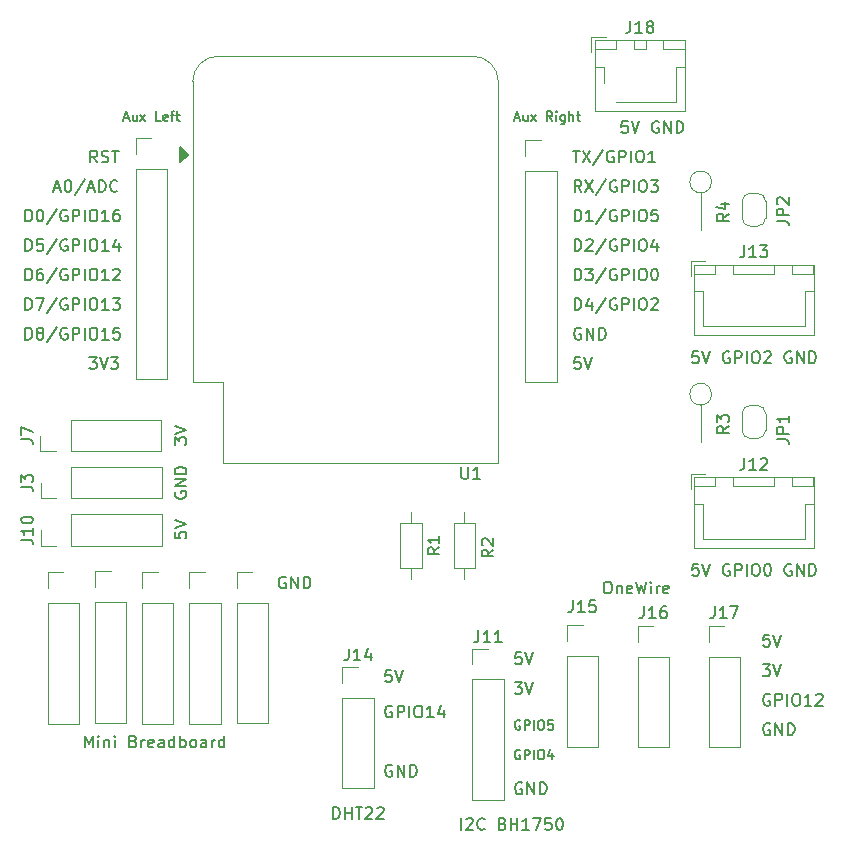
<source format=gbr>
%TF.GenerationSoftware,KiCad,Pcbnew,8.0.5*%
%TF.CreationDate,2024-10-07T23:19:43+02:00*%
%TF.ProjectId,D1 Breadboard,44312042-7265-4616-9462-6f6172642e6b,rev?*%
%TF.SameCoordinates,Original*%
%TF.FileFunction,Legend,Top*%
%TF.FilePolarity,Positive*%
%FSLAX46Y46*%
G04 Gerber Fmt 4.6, Leading zero omitted, Abs format (unit mm)*
G04 Created by KiCad (PCBNEW 8.0.5) date 2024-10-07 23:19:43*
%MOMM*%
%LPD*%
G01*
G04 APERTURE LIST*
%ADD10C,0.150000*%
%ADD11C,0.120000*%
G04 APERTURE END LIST*
D10*
X55708207Y-74632390D02*
X55632017Y-74594295D01*
X55632017Y-74594295D02*
X55517731Y-74594295D01*
X55517731Y-74594295D02*
X55403445Y-74632390D01*
X55403445Y-74632390D02*
X55327255Y-74708580D01*
X55327255Y-74708580D02*
X55289160Y-74784771D01*
X55289160Y-74784771D02*
X55251064Y-74937152D01*
X55251064Y-74937152D02*
X55251064Y-75051438D01*
X55251064Y-75051438D02*
X55289160Y-75203819D01*
X55289160Y-75203819D02*
X55327255Y-75280009D01*
X55327255Y-75280009D02*
X55403445Y-75356200D01*
X55403445Y-75356200D02*
X55517731Y-75394295D01*
X55517731Y-75394295D02*
X55593922Y-75394295D01*
X55593922Y-75394295D02*
X55708207Y-75356200D01*
X55708207Y-75356200D02*
X55746303Y-75318104D01*
X55746303Y-75318104D02*
X55746303Y-75051438D01*
X55746303Y-75051438D02*
X55593922Y-75051438D01*
X56089160Y-75394295D02*
X56089160Y-74594295D01*
X56089160Y-74594295D02*
X56393922Y-74594295D01*
X56393922Y-74594295D02*
X56470112Y-74632390D01*
X56470112Y-74632390D02*
X56508207Y-74670485D01*
X56508207Y-74670485D02*
X56546303Y-74746676D01*
X56546303Y-74746676D02*
X56546303Y-74860961D01*
X56546303Y-74860961D02*
X56508207Y-74937152D01*
X56508207Y-74937152D02*
X56470112Y-74975247D01*
X56470112Y-74975247D02*
X56393922Y-75013342D01*
X56393922Y-75013342D02*
X56089160Y-75013342D01*
X56889160Y-75394295D02*
X56889160Y-74594295D01*
X57422493Y-74594295D02*
X57574874Y-74594295D01*
X57574874Y-74594295D02*
X57651064Y-74632390D01*
X57651064Y-74632390D02*
X57727255Y-74708580D01*
X57727255Y-74708580D02*
X57765350Y-74860961D01*
X57765350Y-74860961D02*
X57765350Y-75127628D01*
X57765350Y-75127628D02*
X57727255Y-75280009D01*
X57727255Y-75280009D02*
X57651064Y-75356200D01*
X57651064Y-75356200D02*
X57574874Y-75394295D01*
X57574874Y-75394295D02*
X57422493Y-75394295D01*
X57422493Y-75394295D02*
X57346302Y-75356200D01*
X57346302Y-75356200D02*
X57270112Y-75280009D01*
X57270112Y-75280009D02*
X57232016Y-75127628D01*
X57232016Y-75127628D02*
X57232016Y-74860961D01*
X57232016Y-74860961D02*
X57270112Y-74708580D01*
X57270112Y-74708580D02*
X57346302Y-74632390D01*
X57346302Y-74632390D02*
X57422493Y-74594295D01*
X58451064Y-74860961D02*
X58451064Y-75394295D01*
X58260588Y-74556200D02*
X58070111Y-75127628D01*
X58070111Y-75127628D02*
X58565350Y-75127628D01*
X55708207Y-72132390D02*
X55632017Y-72094295D01*
X55632017Y-72094295D02*
X55517731Y-72094295D01*
X55517731Y-72094295D02*
X55403445Y-72132390D01*
X55403445Y-72132390D02*
X55327255Y-72208580D01*
X55327255Y-72208580D02*
X55289160Y-72284771D01*
X55289160Y-72284771D02*
X55251064Y-72437152D01*
X55251064Y-72437152D02*
X55251064Y-72551438D01*
X55251064Y-72551438D02*
X55289160Y-72703819D01*
X55289160Y-72703819D02*
X55327255Y-72780009D01*
X55327255Y-72780009D02*
X55403445Y-72856200D01*
X55403445Y-72856200D02*
X55517731Y-72894295D01*
X55517731Y-72894295D02*
X55593922Y-72894295D01*
X55593922Y-72894295D02*
X55708207Y-72856200D01*
X55708207Y-72856200D02*
X55746303Y-72818104D01*
X55746303Y-72818104D02*
X55746303Y-72551438D01*
X55746303Y-72551438D02*
X55593922Y-72551438D01*
X56089160Y-72894295D02*
X56089160Y-72094295D01*
X56089160Y-72094295D02*
X56393922Y-72094295D01*
X56393922Y-72094295D02*
X56470112Y-72132390D01*
X56470112Y-72132390D02*
X56508207Y-72170485D01*
X56508207Y-72170485D02*
X56546303Y-72246676D01*
X56546303Y-72246676D02*
X56546303Y-72360961D01*
X56546303Y-72360961D02*
X56508207Y-72437152D01*
X56508207Y-72437152D02*
X56470112Y-72475247D01*
X56470112Y-72475247D02*
X56393922Y-72513342D01*
X56393922Y-72513342D02*
X56089160Y-72513342D01*
X56889160Y-72894295D02*
X56889160Y-72094295D01*
X57422493Y-72094295D02*
X57574874Y-72094295D01*
X57574874Y-72094295D02*
X57651064Y-72132390D01*
X57651064Y-72132390D02*
X57727255Y-72208580D01*
X57727255Y-72208580D02*
X57765350Y-72360961D01*
X57765350Y-72360961D02*
X57765350Y-72627628D01*
X57765350Y-72627628D02*
X57727255Y-72780009D01*
X57727255Y-72780009D02*
X57651064Y-72856200D01*
X57651064Y-72856200D02*
X57574874Y-72894295D01*
X57574874Y-72894295D02*
X57422493Y-72894295D01*
X57422493Y-72894295D02*
X57346302Y-72856200D01*
X57346302Y-72856200D02*
X57270112Y-72780009D01*
X57270112Y-72780009D02*
X57232016Y-72627628D01*
X57232016Y-72627628D02*
X57232016Y-72360961D01*
X57232016Y-72360961D02*
X57270112Y-72208580D01*
X57270112Y-72208580D02*
X57346302Y-72132390D01*
X57346302Y-72132390D02*
X57422493Y-72094295D01*
X58489159Y-72094295D02*
X58108207Y-72094295D01*
X58108207Y-72094295D02*
X58070111Y-72475247D01*
X58070111Y-72475247D02*
X58108207Y-72437152D01*
X58108207Y-72437152D02*
X58184397Y-72399057D01*
X58184397Y-72399057D02*
X58374873Y-72399057D01*
X58374873Y-72399057D02*
X58451064Y-72437152D01*
X58451064Y-72437152D02*
X58489159Y-72475247D01*
X58489159Y-72475247D02*
X58527254Y-72551438D01*
X58527254Y-72551438D02*
X58527254Y-72741914D01*
X58527254Y-72741914D02*
X58489159Y-72818104D01*
X58489159Y-72818104D02*
X58451064Y-72856200D01*
X58451064Y-72856200D02*
X58374873Y-72894295D01*
X58374873Y-72894295D02*
X58184397Y-72894295D01*
X58184397Y-72894295D02*
X58108207Y-72856200D01*
X58108207Y-72856200D02*
X58070111Y-72818104D01*
X55241541Y-68869819D02*
X55860588Y-68869819D01*
X55860588Y-68869819D02*
X55527255Y-69250771D01*
X55527255Y-69250771D02*
X55670112Y-69250771D01*
X55670112Y-69250771D02*
X55765350Y-69298390D01*
X55765350Y-69298390D02*
X55812969Y-69346009D01*
X55812969Y-69346009D02*
X55860588Y-69441247D01*
X55860588Y-69441247D02*
X55860588Y-69679342D01*
X55860588Y-69679342D02*
X55812969Y-69774580D01*
X55812969Y-69774580D02*
X55765350Y-69822200D01*
X55765350Y-69822200D02*
X55670112Y-69869819D01*
X55670112Y-69869819D02*
X55384398Y-69869819D01*
X55384398Y-69869819D02*
X55289160Y-69822200D01*
X55289160Y-69822200D02*
X55241541Y-69774580D01*
X56146303Y-68869819D02*
X56479636Y-69869819D01*
X56479636Y-69869819D02*
X56812969Y-68869819D01*
X55860588Y-77417438D02*
X55765350Y-77369819D01*
X55765350Y-77369819D02*
X55622493Y-77369819D01*
X55622493Y-77369819D02*
X55479636Y-77417438D01*
X55479636Y-77417438D02*
X55384398Y-77512676D01*
X55384398Y-77512676D02*
X55336779Y-77607914D01*
X55336779Y-77607914D02*
X55289160Y-77798390D01*
X55289160Y-77798390D02*
X55289160Y-77941247D01*
X55289160Y-77941247D02*
X55336779Y-78131723D01*
X55336779Y-78131723D02*
X55384398Y-78226961D01*
X55384398Y-78226961D02*
X55479636Y-78322200D01*
X55479636Y-78322200D02*
X55622493Y-78369819D01*
X55622493Y-78369819D02*
X55717731Y-78369819D01*
X55717731Y-78369819D02*
X55860588Y-78322200D01*
X55860588Y-78322200D02*
X55908207Y-78274580D01*
X55908207Y-78274580D02*
X55908207Y-77941247D01*
X55908207Y-77941247D02*
X55717731Y-77941247D01*
X56336779Y-78369819D02*
X56336779Y-77369819D01*
X56336779Y-77369819D02*
X56908207Y-78369819D01*
X56908207Y-78369819D02*
X56908207Y-77369819D01*
X57384398Y-78369819D02*
X57384398Y-77369819D01*
X57384398Y-77369819D02*
X57622493Y-77369819D01*
X57622493Y-77369819D02*
X57765350Y-77417438D01*
X57765350Y-77417438D02*
X57860588Y-77512676D01*
X57860588Y-77512676D02*
X57908207Y-77607914D01*
X57908207Y-77607914D02*
X57955826Y-77798390D01*
X57955826Y-77798390D02*
X57955826Y-77941247D01*
X57955826Y-77941247D02*
X57908207Y-78131723D01*
X57908207Y-78131723D02*
X57860588Y-78226961D01*
X57860588Y-78226961D02*
X57765350Y-78322200D01*
X57765350Y-78322200D02*
X57622493Y-78369819D01*
X57622493Y-78369819D02*
X57384398Y-78369819D01*
X55812969Y-66369819D02*
X55336779Y-66369819D01*
X55336779Y-66369819D02*
X55289160Y-66846009D01*
X55289160Y-66846009D02*
X55336779Y-66798390D01*
X55336779Y-66798390D02*
X55432017Y-66750771D01*
X55432017Y-66750771D02*
X55670112Y-66750771D01*
X55670112Y-66750771D02*
X55765350Y-66798390D01*
X55765350Y-66798390D02*
X55812969Y-66846009D01*
X55812969Y-66846009D02*
X55860588Y-66941247D01*
X55860588Y-66941247D02*
X55860588Y-67179342D01*
X55860588Y-67179342D02*
X55812969Y-67274580D01*
X55812969Y-67274580D02*
X55765350Y-67322200D01*
X55765350Y-67322200D02*
X55670112Y-67369819D01*
X55670112Y-67369819D02*
X55432017Y-67369819D01*
X55432017Y-67369819D02*
X55336779Y-67322200D01*
X55336779Y-67322200D02*
X55289160Y-67274580D01*
X56146303Y-66369819D02*
X56479636Y-67369819D01*
X56479636Y-67369819D02*
X56812969Y-66369819D01*
X44860588Y-75917438D02*
X44765350Y-75869819D01*
X44765350Y-75869819D02*
X44622493Y-75869819D01*
X44622493Y-75869819D02*
X44479636Y-75917438D01*
X44479636Y-75917438D02*
X44384398Y-76012676D01*
X44384398Y-76012676D02*
X44336779Y-76107914D01*
X44336779Y-76107914D02*
X44289160Y-76298390D01*
X44289160Y-76298390D02*
X44289160Y-76441247D01*
X44289160Y-76441247D02*
X44336779Y-76631723D01*
X44336779Y-76631723D02*
X44384398Y-76726961D01*
X44384398Y-76726961D02*
X44479636Y-76822200D01*
X44479636Y-76822200D02*
X44622493Y-76869819D01*
X44622493Y-76869819D02*
X44717731Y-76869819D01*
X44717731Y-76869819D02*
X44860588Y-76822200D01*
X44860588Y-76822200D02*
X44908207Y-76774580D01*
X44908207Y-76774580D02*
X44908207Y-76441247D01*
X44908207Y-76441247D02*
X44717731Y-76441247D01*
X45336779Y-76869819D02*
X45336779Y-75869819D01*
X45336779Y-75869819D02*
X45908207Y-76869819D01*
X45908207Y-76869819D02*
X45908207Y-75869819D01*
X46384398Y-76869819D02*
X46384398Y-75869819D01*
X46384398Y-75869819D02*
X46622493Y-75869819D01*
X46622493Y-75869819D02*
X46765350Y-75917438D01*
X46765350Y-75917438D02*
X46860588Y-76012676D01*
X46860588Y-76012676D02*
X46908207Y-76107914D01*
X46908207Y-76107914D02*
X46955826Y-76298390D01*
X46955826Y-76298390D02*
X46955826Y-76441247D01*
X46955826Y-76441247D02*
X46908207Y-76631723D01*
X46908207Y-76631723D02*
X46860588Y-76726961D01*
X46860588Y-76726961D02*
X46765350Y-76822200D01*
X46765350Y-76822200D02*
X46622493Y-76869819D01*
X46622493Y-76869819D02*
X46384398Y-76869819D01*
X44860588Y-70917438D02*
X44765350Y-70869819D01*
X44765350Y-70869819D02*
X44622493Y-70869819D01*
X44622493Y-70869819D02*
X44479636Y-70917438D01*
X44479636Y-70917438D02*
X44384398Y-71012676D01*
X44384398Y-71012676D02*
X44336779Y-71107914D01*
X44336779Y-71107914D02*
X44289160Y-71298390D01*
X44289160Y-71298390D02*
X44289160Y-71441247D01*
X44289160Y-71441247D02*
X44336779Y-71631723D01*
X44336779Y-71631723D02*
X44384398Y-71726961D01*
X44384398Y-71726961D02*
X44479636Y-71822200D01*
X44479636Y-71822200D02*
X44622493Y-71869819D01*
X44622493Y-71869819D02*
X44717731Y-71869819D01*
X44717731Y-71869819D02*
X44860588Y-71822200D01*
X44860588Y-71822200D02*
X44908207Y-71774580D01*
X44908207Y-71774580D02*
X44908207Y-71441247D01*
X44908207Y-71441247D02*
X44717731Y-71441247D01*
X45336779Y-71869819D02*
X45336779Y-70869819D01*
X45336779Y-70869819D02*
X45717731Y-70869819D01*
X45717731Y-70869819D02*
X45812969Y-70917438D01*
X45812969Y-70917438D02*
X45860588Y-70965057D01*
X45860588Y-70965057D02*
X45908207Y-71060295D01*
X45908207Y-71060295D02*
X45908207Y-71203152D01*
X45908207Y-71203152D02*
X45860588Y-71298390D01*
X45860588Y-71298390D02*
X45812969Y-71346009D01*
X45812969Y-71346009D02*
X45717731Y-71393628D01*
X45717731Y-71393628D02*
X45336779Y-71393628D01*
X46336779Y-71869819D02*
X46336779Y-70869819D01*
X47003445Y-70869819D02*
X47193921Y-70869819D01*
X47193921Y-70869819D02*
X47289159Y-70917438D01*
X47289159Y-70917438D02*
X47384397Y-71012676D01*
X47384397Y-71012676D02*
X47432016Y-71203152D01*
X47432016Y-71203152D02*
X47432016Y-71536485D01*
X47432016Y-71536485D02*
X47384397Y-71726961D01*
X47384397Y-71726961D02*
X47289159Y-71822200D01*
X47289159Y-71822200D02*
X47193921Y-71869819D01*
X47193921Y-71869819D02*
X47003445Y-71869819D01*
X47003445Y-71869819D02*
X46908207Y-71822200D01*
X46908207Y-71822200D02*
X46812969Y-71726961D01*
X46812969Y-71726961D02*
X46765350Y-71536485D01*
X46765350Y-71536485D02*
X46765350Y-71203152D01*
X46765350Y-71203152D02*
X46812969Y-71012676D01*
X46812969Y-71012676D02*
X46908207Y-70917438D01*
X46908207Y-70917438D02*
X47003445Y-70869819D01*
X48384397Y-71869819D02*
X47812969Y-71869819D01*
X48098683Y-71869819D02*
X48098683Y-70869819D01*
X48098683Y-70869819D02*
X48003445Y-71012676D01*
X48003445Y-71012676D02*
X47908207Y-71107914D01*
X47908207Y-71107914D02*
X47812969Y-71155533D01*
X49241540Y-71203152D02*
X49241540Y-71869819D01*
X49003445Y-70822200D02*
X48765350Y-71536485D01*
X48765350Y-71536485D02*
X49384397Y-71536485D01*
X44812969Y-67869819D02*
X44336779Y-67869819D01*
X44336779Y-67869819D02*
X44289160Y-68346009D01*
X44289160Y-68346009D02*
X44336779Y-68298390D01*
X44336779Y-68298390D02*
X44432017Y-68250771D01*
X44432017Y-68250771D02*
X44670112Y-68250771D01*
X44670112Y-68250771D02*
X44765350Y-68298390D01*
X44765350Y-68298390D02*
X44812969Y-68346009D01*
X44812969Y-68346009D02*
X44860588Y-68441247D01*
X44860588Y-68441247D02*
X44860588Y-68679342D01*
X44860588Y-68679342D02*
X44812969Y-68774580D01*
X44812969Y-68774580D02*
X44765350Y-68822200D01*
X44765350Y-68822200D02*
X44670112Y-68869819D01*
X44670112Y-68869819D02*
X44432017Y-68869819D01*
X44432017Y-68869819D02*
X44336779Y-68822200D01*
X44336779Y-68822200D02*
X44289160Y-68774580D01*
X45146303Y-67869819D02*
X45479636Y-68869819D01*
X45479636Y-68869819D02*
X45812969Y-67869819D01*
X70812969Y-58869819D02*
X70336779Y-58869819D01*
X70336779Y-58869819D02*
X70289160Y-59346009D01*
X70289160Y-59346009D02*
X70336779Y-59298390D01*
X70336779Y-59298390D02*
X70432017Y-59250771D01*
X70432017Y-59250771D02*
X70670112Y-59250771D01*
X70670112Y-59250771D02*
X70765350Y-59298390D01*
X70765350Y-59298390D02*
X70812969Y-59346009D01*
X70812969Y-59346009D02*
X70860588Y-59441247D01*
X70860588Y-59441247D02*
X70860588Y-59679342D01*
X70860588Y-59679342D02*
X70812969Y-59774580D01*
X70812969Y-59774580D02*
X70765350Y-59822200D01*
X70765350Y-59822200D02*
X70670112Y-59869819D01*
X70670112Y-59869819D02*
X70432017Y-59869819D01*
X70432017Y-59869819D02*
X70336779Y-59822200D01*
X70336779Y-59822200D02*
X70289160Y-59774580D01*
X71146303Y-58869819D02*
X71479636Y-59869819D01*
X71479636Y-59869819D02*
X71812969Y-58869819D01*
X73432017Y-58917438D02*
X73336779Y-58869819D01*
X73336779Y-58869819D02*
X73193922Y-58869819D01*
X73193922Y-58869819D02*
X73051065Y-58917438D01*
X73051065Y-58917438D02*
X72955827Y-59012676D01*
X72955827Y-59012676D02*
X72908208Y-59107914D01*
X72908208Y-59107914D02*
X72860589Y-59298390D01*
X72860589Y-59298390D02*
X72860589Y-59441247D01*
X72860589Y-59441247D02*
X72908208Y-59631723D01*
X72908208Y-59631723D02*
X72955827Y-59726961D01*
X72955827Y-59726961D02*
X73051065Y-59822200D01*
X73051065Y-59822200D02*
X73193922Y-59869819D01*
X73193922Y-59869819D02*
X73289160Y-59869819D01*
X73289160Y-59869819D02*
X73432017Y-59822200D01*
X73432017Y-59822200D02*
X73479636Y-59774580D01*
X73479636Y-59774580D02*
X73479636Y-59441247D01*
X73479636Y-59441247D02*
X73289160Y-59441247D01*
X73908208Y-59869819D02*
X73908208Y-58869819D01*
X73908208Y-58869819D02*
X74289160Y-58869819D01*
X74289160Y-58869819D02*
X74384398Y-58917438D01*
X74384398Y-58917438D02*
X74432017Y-58965057D01*
X74432017Y-58965057D02*
X74479636Y-59060295D01*
X74479636Y-59060295D02*
X74479636Y-59203152D01*
X74479636Y-59203152D02*
X74432017Y-59298390D01*
X74432017Y-59298390D02*
X74384398Y-59346009D01*
X74384398Y-59346009D02*
X74289160Y-59393628D01*
X74289160Y-59393628D02*
X73908208Y-59393628D01*
X74908208Y-59869819D02*
X74908208Y-58869819D01*
X75574874Y-58869819D02*
X75765350Y-58869819D01*
X75765350Y-58869819D02*
X75860588Y-58917438D01*
X75860588Y-58917438D02*
X75955826Y-59012676D01*
X75955826Y-59012676D02*
X76003445Y-59203152D01*
X76003445Y-59203152D02*
X76003445Y-59536485D01*
X76003445Y-59536485D02*
X75955826Y-59726961D01*
X75955826Y-59726961D02*
X75860588Y-59822200D01*
X75860588Y-59822200D02*
X75765350Y-59869819D01*
X75765350Y-59869819D02*
X75574874Y-59869819D01*
X75574874Y-59869819D02*
X75479636Y-59822200D01*
X75479636Y-59822200D02*
X75384398Y-59726961D01*
X75384398Y-59726961D02*
X75336779Y-59536485D01*
X75336779Y-59536485D02*
X75336779Y-59203152D01*
X75336779Y-59203152D02*
X75384398Y-59012676D01*
X75384398Y-59012676D02*
X75479636Y-58917438D01*
X75479636Y-58917438D02*
X75574874Y-58869819D01*
X76622493Y-58869819D02*
X76717731Y-58869819D01*
X76717731Y-58869819D02*
X76812969Y-58917438D01*
X76812969Y-58917438D02*
X76860588Y-58965057D01*
X76860588Y-58965057D02*
X76908207Y-59060295D01*
X76908207Y-59060295D02*
X76955826Y-59250771D01*
X76955826Y-59250771D02*
X76955826Y-59488866D01*
X76955826Y-59488866D02*
X76908207Y-59679342D01*
X76908207Y-59679342D02*
X76860588Y-59774580D01*
X76860588Y-59774580D02*
X76812969Y-59822200D01*
X76812969Y-59822200D02*
X76717731Y-59869819D01*
X76717731Y-59869819D02*
X76622493Y-59869819D01*
X76622493Y-59869819D02*
X76527255Y-59822200D01*
X76527255Y-59822200D02*
X76479636Y-59774580D01*
X76479636Y-59774580D02*
X76432017Y-59679342D01*
X76432017Y-59679342D02*
X76384398Y-59488866D01*
X76384398Y-59488866D02*
X76384398Y-59250771D01*
X76384398Y-59250771D02*
X76432017Y-59060295D01*
X76432017Y-59060295D02*
X76479636Y-58965057D01*
X76479636Y-58965057D02*
X76527255Y-58917438D01*
X76527255Y-58917438D02*
X76622493Y-58869819D01*
X78670112Y-58917438D02*
X78574874Y-58869819D01*
X78574874Y-58869819D02*
X78432017Y-58869819D01*
X78432017Y-58869819D02*
X78289160Y-58917438D01*
X78289160Y-58917438D02*
X78193922Y-59012676D01*
X78193922Y-59012676D02*
X78146303Y-59107914D01*
X78146303Y-59107914D02*
X78098684Y-59298390D01*
X78098684Y-59298390D02*
X78098684Y-59441247D01*
X78098684Y-59441247D02*
X78146303Y-59631723D01*
X78146303Y-59631723D02*
X78193922Y-59726961D01*
X78193922Y-59726961D02*
X78289160Y-59822200D01*
X78289160Y-59822200D02*
X78432017Y-59869819D01*
X78432017Y-59869819D02*
X78527255Y-59869819D01*
X78527255Y-59869819D02*
X78670112Y-59822200D01*
X78670112Y-59822200D02*
X78717731Y-59774580D01*
X78717731Y-59774580D02*
X78717731Y-59441247D01*
X78717731Y-59441247D02*
X78527255Y-59441247D01*
X79146303Y-59869819D02*
X79146303Y-58869819D01*
X79146303Y-58869819D02*
X79717731Y-59869819D01*
X79717731Y-59869819D02*
X79717731Y-58869819D01*
X80193922Y-59869819D02*
X80193922Y-58869819D01*
X80193922Y-58869819D02*
X80432017Y-58869819D01*
X80432017Y-58869819D02*
X80574874Y-58917438D01*
X80574874Y-58917438D02*
X80670112Y-59012676D01*
X80670112Y-59012676D02*
X80717731Y-59107914D01*
X80717731Y-59107914D02*
X80765350Y-59298390D01*
X80765350Y-59298390D02*
X80765350Y-59441247D01*
X80765350Y-59441247D02*
X80717731Y-59631723D01*
X80717731Y-59631723D02*
X80670112Y-59726961D01*
X80670112Y-59726961D02*
X80574874Y-59822200D01*
X80574874Y-59822200D02*
X80432017Y-59869819D01*
X80432017Y-59869819D02*
X80193922Y-59869819D01*
X70812969Y-40869819D02*
X70336779Y-40869819D01*
X70336779Y-40869819D02*
X70289160Y-41346009D01*
X70289160Y-41346009D02*
X70336779Y-41298390D01*
X70336779Y-41298390D02*
X70432017Y-41250771D01*
X70432017Y-41250771D02*
X70670112Y-41250771D01*
X70670112Y-41250771D02*
X70765350Y-41298390D01*
X70765350Y-41298390D02*
X70812969Y-41346009D01*
X70812969Y-41346009D02*
X70860588Y-41441247D01*
X70860588Y-41441247D02*
X70860588Y-41679342D01*
X70860588Y-41679342D02*
X70812969Y-41774580D01*
X70812969Y-41774580D02*
X70765350Y-41822200D01*
X70765350Y-41822200D02*
X70670112Y-41869819D01*
X70670112Y-41869819D02*
X70432017Y-41869819D01*
X70432017Y-41869819D02*
X70336779Y-41822200D01*
X70336779Y-41822200D02*
X70289160Y-41774580D01*
X71146303Y-40869819D02*
X71479636Y-41869819D01*
X71479636Y-41869819D02*
X71812969Y-40869819D01*
X73432017Y-40917438D02*
X73336779Y-40869819D01*
X73336779Y-40869819D02*
X73193922Y-40869819D01*
X73193922Y-40869819D02*
X73051065Y-40917438D01*
X73051065Y-40917438D02*
X72955827Y-41012676D01*
X72955827Y-41012676D02*
X72908208Y-41107914D01*
X72908208Y-41107914D02*
X72860589Y-41298390D01*
X72860589Y-41298390D02*
X72860589Y-41441247D01*
X72860589Y-41441247D02*
X72908208Y-41631723D01*
X72908208Y-41631723D02*
X72955827Y-41726961D01*
X72955827Y-41726961D02*
X73051065Y-41822200D01*
X73051065Y-41822200D02*
X73193922Y-41869819D01*
X73193922Y-41869819D02*
X73289160Y-41869819D01*
X73289160Y-41869819D02*
X73432017Y-41822200D01*
X73432017Y-41822200D02*
X73479636Y-41774580D01*
X73479636Y-41774580D02*
X73479636Y-41441247D01*
X73479636Y-41441247D02*
X73289160Y-41441247D01*
X73908208Y-41869819D02*
X73908208Y-40869819D01*
X73908208Y-40869819D02*
X74289160Y-40869819D01*
X74289160Y-40869819D02*
X74384398Y-40917438D01*
X74384398Y-40917438D02*
X74432017Y-40965057D01*
X74432017Y-40965057D02*
X74479636Y-41060295D01*
X74479636Y-41060295D02*
X74479636Y-41203152D01*
X74479636Y-41203152D02*
X74432017Y-41298390D01*
X74432017Y-41298390D02*
X74384398Y-41346009D01*
X74384398Y-41346009D02*
X74289160Y-41393628D01*
X74289160Y-41393628D02*
X73908208Y-41393628D01*
X74908208Y-41869819D02*
X74908208Y-40869819D01*
X75574874Y-40869819D02*
X75765350Y-40869819D01*
X75765350Y-40869819D02*
X75860588Y-40917438D01*
X75860588Y-40917438D02*
X75955826Y-41012676D01*
X75955826Y-41012676D02*
X76003445Y-41203152D01*
X76003445Y-41203152D02*
X76003445Y-41536485D01*
X76003445Y-41536485D02*
X75955826Y-41726961D01*
X75955826Y-41726961D02*
X75860588Y-41822200D01*
X75860588Y-41822200D02*
X75765350Y-41869819D01*
X75765350Y-41869819D02*
X75574874Y-41869819D01*
X75574874Y-41869819D02*
X75479636Y-41822200D01*
X75479636Y-41822200D02*
X75384398Y-41726961D01*
X75384398Y-41726961D02*
X75336779Y-41536485D01*
X75336779Y-41536485D02*
X75336779Y-41203152D01*
X75336779Y-41203152D02*
X75384398Y-41012676D01*
X75384398Y-41012676D02*
X75479636Y-40917438D01*
X75479636Y-40917438D02*
X75574874Y-40869819D01*
X76384398Y-40965057D02*
X76432017Y-40917438D01*
X76432017Y-40917438D02*
X76527255Y-40869819D01*
X76527255Y-40869819D02*
X76765350Y-40869819D01*
X76765350Y-40869819D02*
X76860588Y-40917438D01*
X76860588Y-40917438D02*
X76908207Y-40965057D01*
X76908207Y-40965057D02*
X76955826Y-41060295D01*
X76955826Y-41060295D02*
X76955826Y-41155533D01*
X76955826Y-41155533D02*
X76908207Y-41298390D01*
X76908207Y-41298390D02*
X76336779Y-41869819D01*
X76336779Y-41869819D02*
X76955826Y-41869819D01*
X78670112Y-40917438D02*
X78574874Y-40869819D01*
X78574874Y-40869819D02*
X78432017Y-40869819D01*
X78432017Y-40869819D02*
X78289160Y-40917438D01*
X78289160Y-40917438D02*
X78193922Y-41012676D01*
X78193922Y-41012676D02*
X78146303Y-41107914D01*
X78146303Y-41107914D02*
X78098684Y-41298390D01*
X78098684Y-41298390D02*
X78098684Y-41441247D01*
X78098684Y-41441247D02*
X78146303Y-41631723D01*
X78146303Y-41631723D02*
X78193922Y-41726961D01*
X78193922Y-41726961D02*
X78289160Y-41822200D01*
X78289160Y-41822200D02*
X78432017Y-41869819D01*
X78432017Y-41869819D02*
X78527255Y-41869819D01*
X78527255Y-41869819D02*
X78670112Y-41822200D01*
X78670112Y-41822200D02*
X78717731Y-41774580D01*
X78717731Y-41774580D02*
X78717731Y-41441247D01*
X78717731Y-41441247D02*
X78527255Y-41441247D01*
X79146303Y-41869819D02*
X79146303Y-40869819D01*
X79146303Y-40869819D02*
X79717731Y-41869819D01*
X79717731Y-41869819D02*
X79717731Y-40869819D01*
X80193922Y-41869819D02*
X80193922Y-40869819D01*
X80193922Y-40869819D02*
X80432017Y-40869819D01*
X80432017Y-40869819D02*
X80574874Y-40917438D01*
X80574874Y-40917438D02*
X80670112Y-41012676D01*
X80670112Y-41012676D02*
X80717731Y-41107914D01*
X80717731Y-41107914D02*
X80765350Y-41298390D01*
X80765350Y-41298390D02*
X80765350Y-41441247D01*
X80765350Y-41441247D02*
X80717731Y-41631723D01*
X80717731Y-41631723D02*
X80670112Y-41726961D01*
X80670112Y-41726961D02*
X80574874Y-41822200D01*
X80574874Y-41822200D02*
X80432017Y-41869819D01*
X80432017Y-41869819D02*
X80193922Y-41869819D01*
X64812969Y-21369819D02*
X64336779Y-21369819D01*
X64336779Y-21369819D02*
X64289160Y-21846009D01*
X64289160Y-21846009D02*
X64336779Y-21798390D01*
X64336779Y-21798390D02*
X64432017Y-21750771D01*
X64432017Y-21750771D02*
X64670112Y-21750771D01*
X64670112Y-21750771D02*
X64765350Y-21798390D01*
X64765350Y-21798390D02*
X64812969Y-21846009D01*
X64812969Y-21846009D02*
X64860588Y-21941247D01*
X64860588Y-21941247D02*
X64860588Y-22179342D01*
X64860588Y-22179342D02*
X64812969Y-22274580D01*
X64812969Y-22274580D02*
X64765350Y-22322200D01*
X64765350Y-22322200D02*
X64670112Y-22369819D01*
X64670112Y-22369819D02*
X64432017Y-22369819D01*
X64432017Y-22369819D02*
X64336779Y-22322200D01*
X64336779Y-22322200D02*
X64289160Y-22274580D01*
X65146303Y-21369819D02*
X65479636Y-22369819D01*
X65479636Y-22369819D02*
X65812969Y-21369819D01*
X67432017Y-21417438D02*
X67336779Y-21369819D01*
X67336779Y-21369819D02*
X67193922Y-21369819D01*
X67193922Y-21369819D02*
X67051065Y-21417438D01*
X67051065Y-21417438D02*
X66955827Y-21512676D01*
X66955827Y-21512676D02*
X66908208Y-21607914D01*
X66908208Y-21607914D02*
X66860589Y-21798390D01*
X66860589Y-21798390D02*
X66860589Y-21941247D01*
X66860589Y-21941247D02*
X66908208Y-22131723D01*
X66908208Y-22131723D02*
X66955827Y-22226961D01*
X66955827Y-22226961D02*
X67051065Y-22322200D01*
X67051065Y-22322200D02*
X67193922Y-22369819D01*
X67193922Y-22369819D02*
X67289160Y-22369819D01*
X67289160Y-22369819D02*
X67432017Y-22322200D01*
X67432017Y-22322200D02*
X67479636Y-22274580D01*
X67479636Y-22274580D02*
X67479636Y-21941247D01*
X67479636Y-21941247D02*
X67289160Y-21941247D01*
X67908208Y-22369819D02*
X67908208Y-21369819D01*
X67908208Y-21369819D02*
X68479636Y-22369819D01*
X68479636Y-22369819D02*
X68479636Y-21369819D01*
X68955827Y-22369819D02*
X68955827Y-21369819D01*
X68955827Y-21369819D02*
X69193922Y-21369819D01*
X69193922Y-21369819D02*
X69336779Y-21417438D01*
X69336779Y-21417438D02*
X69432017Y-21512676D01*
X69432017Y-21512676D02*
X69479636Y-21607914D01*
X69479636Y-21607914D02*
X69527255Y-21798390D01*
X69527255Y-21798390D02*
X69527255Y-21941247D01*
X69527255Y-21941247D02*
X69479636Y-22131723D01*
X69479636Y-22131723D02*
X69432017Y-22226961D01*
X69432017Y-22226961D02*
X69336779Y-22322200D01*
X69336779Y-22322200D02*
X69193922Y-22369819D01*
X69193922Y-22369819D02*
X68955827Y-22369819D01*
X13836779Y-37369819D02*
X13836779Y-36369819D01*
X13836779Y-36369819D02*
X14074874Y-36369819D01*
X14074874Y-36369819D02*
X14217731Y-36417438D01*
X14217731Y-36417438D02*
X14312969Y-36512676D01*
X14312969Y-36512676D02*
X14360588Y-36607914D01*
X14360588Y-36607914D02*
X14408207Y-36798390D01*
X14408207Y-36798390D02*
X14408207Y-36941247D01*
X14408207Y-36941247D02*
X14360588Y-37131723D01*
X14360588Y-37131723D02*
X14312969Y-37226961D01*
X14312969Y-37226961D02*
X14217731Y-37322200D01*
X14217731Y-37322200D02*
X14074874Y-37369819D01*
X14074874Y-37369819D02*
X13836779Y-37369819D01*
X14741541Y-36369819D02*
X15408207Y-36369819D01*
X15408207Y-36369819D02*
X14979636Y-37369819D01*
X16503445Y-36322200D02*
X15646303Y-37607914D01*
X17360588Y-36417438D02*
X17265350Y-36369819D01*
X17265350Y-36369819D02*
X17122493Y-36369819D01*
X17122493Y-36369819D02*
X16979636Y-36417438D01*
X16979636Y-36417438D02*
X16884398Y-36512676D01*
X16884398Y-36512676D02*
X16836779Y-36607914D01*
X16836779Y-36607914D02*
X16789160Y-36798390D01*
X16789160Y-36798390D02*
X16789160Y-36941247D01*
X16789160Y-36941247D02*
X16836779Y-37131723D01*
X16836779Y-37131723D02*
X16884398Y-37226961D01*
X16884398Y-37226961D02*
X16979636Y-37322200D01*
X16979636Y-37322200D02*
X17122493Y-37369819D01*
X17122493Y-37369819D02*
X17217731Y-37369819D01*
X17217731Y-37369819D02*
X17360588Y-37322200D01*
X17360588Y-37322200D02*
X17408207Y-37274580D01*
X17408207Y-37274580D02*
X17408207Y-36941247D01*
X17408207Y-36941247D02*
X17217731Y-36941247D01*
X17836779Y-37369819D02*
X17836779Y-36369819D01*
X17836779Y-36369819D02*
X18217731Y-36369819D01*
X18217731Y-36369819D02*
X18312969Y-36417438D01*
X18312969Y-36417438D02*
X18360588Y-36465057D01*
X18360588Y-36465057D02*
X18408207Y-36560295D01*
X18408207Y-36560295D02*
X18408207Y-36703152D01*
X18408207Y-36703152D02*
X18360588Y-36798390D01*
X18360588Y-36798390D02*
X18312969Y-36846009D01*
X18312969Y-36846009D02*
X18217731Y-36893628D01*
X18217731Y-36893628D02*
X17836779Y-36893628D01*
X18836779Y-37369819D02*
X18836779Y-36369819D01*
X19503445Y-36369819D02*
X19693921Y-36369819D01*
X19693921Y-36369819D02*
X19789159Y-36417438D01*
X19789159Y-36417438D02*
X19884397Y-36512676D01*
X19884397Y-36512676D02*
X19932016Y-36703152D01*
X19932016Y-36703152D02*
X19932016Y-37036485D01*
X19932016Y-37036485D02*
X19884397Y-37226961D01*
X19884397Y-37226961D02*
X19789159Y-37322200D01*
X19789159Y-37322200D02*
X19693921Y-37369819D01*
X19693921Y-37369819D02*
X19503445Y-37369819D01*
X19503445Y-37369819D02*
X19408207Y-37322200D01*
X19408207Y-37322200D02*
X19312969Y-37226961D01*
X19312969Y-37226961D02*
X19265350Y-37036485D01*
X19265350Y-37036485D02*
X19265350Y-36703152D01*
X19265350Y-36703152D02*
X19312969Y-36512676D01*
X19312969Y-36512676D02*
X19408207Y-36417438D01*
X19408207Y-36417438D02*
X19503445Y-36369819D01*
X20884397Y-37369819D02*
X20312969Y-37369819D01*
X20598683Y-37369819D02*
X20598683Y-36369819D01*
X20598683Y-36369819D02*
X20503445Y-36512676D01*
X20503445Y-36512676D02*
X20408207Y-36607914D01*
X20408207Y-36607914D02*
X20312969Y-36655533D01*
X21217731Y-36369819D02*
X21836778Y-36369819D01*
X21836778Y-36369819D02*
X21503445Y-36750771D01*
X21503445Y-36750771D02*
X21646302Y-36750771D01*
X21646302Y-36750771D02*
X21741540Y-36798390D01*
X21741540Y-36798390D02*
X21789159Y-36846009D01*
X21789159Y-36846009D02*
X21836778Y-36941247D01*
X21836778Y-36941247D02*
X21836778Y-37179342D01*
X21836778Y-37179342D02*
X21789159Y-37274580D01*
X21789159Y-37274580D02*
X21741540Y-37322200D01*
X21741540Y-37322200D02*
X21646302Y-37369819D01*
X21646302Y-37369819D02*
X21360588Y-37369819D01*
X21360588Y-37369819D02*
X21265350Y-37322200D01*
X21265350Y-37322200D02*
X21217731Y-37274580D01*
X18871779Y-74409819D02*
X18871779Y-73409819D01*
X18871779Y-73409819D02*
X19205112Y-74124104D01*
X19205112Y-74124104D02*
X19538445Y-73409819D01*
X19538445Y-73409819D02*
X19538445Y-74409819D01*
X20014636Y-74409819D02*
X20014636Y-73743152D01*
X20014636Y-73409819D02*
X19967017Y-73457438D01*
X19967017Y-73457438D02*
X20014636Y-73505057D01*
X20014636Y-73505057D02*
X20062255Y-73457438D01*
X20062255Y-73457438D02*
X20014636Y-73409819D01*
X20014636Y-73409819D02*
X20014636Y-73505057D01*
X20490826Y-73743152D02*
X20490826Y-74409819D01*
X20490826Y-73838390D02*
X20538445Y-73790771D01*
X20538445Y-73790771D02*
X20633683Y-73743152D01*
X20633683Y-73743152D02*
X20776540Y-73743152D01*
X20776540Y-73743152D02*
X20871778Y-73790771D01*
X20871778Y-73790771D02*
X20919397Y-73886009D01*
X20919397Y-73886009D02*
X20919397Y-74409819D01*
X21395588Y-74409819D02*
X21395588Y-73743152D01*
X21395588Y-73409819D02*
X21347969Y-73457438D01*
X21347969Y-73457438D02*
X21395588Y-73505057D01*
X21395588Y-73505057D02*
X21443207Y-73457438D01*
X21443207Y-73457438D02*
X21395588Y-73409819D01*
X21395588Y-73409819D02*
X21395588Y-73505057D01*
X22967016Y-73886009D02*
X23109873Y-73933628D01*
X23109873Y-73933628D02*
X23157492Y-73981247D01*
X23157492Y-73981247D02*
X23205111Y-74076485D01*
X23205111Y-74076485D02*
X23205111Y-74219342D01*
X23205111Y-74219342D02*
X23157492Y-74314580D01*
X23157492Y-74314580D02*
X23109873Y-74362200D01*
X23109873Y-74362200D02*
X23014635Y-74409819D01*
X23014635Y-74409819D02*
X22633683Y-74409819D01*
X22633683Y-74409819D02*
X22633683Y-73409819D01*
X22633683Y-73409819D02*
X22967016Y-73409819D01*
X22967016Y-73409819D02*
X23062254Y-73457438D01*
X23062254Y-73457438D02*
X23109873Y-73505057D01*
X23109873Y-73505057D02*
X23157492Y-73600295D01*
X23157492Y-73600295D02*
X23157492Y-73695533D01*
X23157492Y-73695533D02*
X23109873Y-73790771D01*
X23109873Y-73790771D02*
X23062254Y-73838390D01*
X23062254Y-73838390D02*
X22967016Y-73886009D01*
X22967016Y-73886009D02*
X22633683Y-73886009D01*
X23633683Y-74409819D02*
X23633683Y-73743152D01*
X23633683Y-73933628D02*
X23681302Y-73838390D01*
X23681302Y-73838390D02*
X23728921Y-73790771D01*
X23728921Y-73790771D02*
X23824159Y-73743152D01*
X23824159Y-73743152D02*
X23919397Y-73743152D01*
X24633683Y-74362200D02*
X24538445Y-74409819D01*
X24538445Y-74409819D02*
X24347969Y-74409819D01*
X24347969Y-74409819D02*
X24252731Y-74362200D01*
X24252731Y-74362200D02*
X24205112Y-74266961D01*
X24205112Y-74266961D02*
X24205112Y-73886009D01*
X24205112Y-73886009D02*
X24252731Y-73790771D01*
X24252731Y-73790771D02*
X24347969Y-73743152D01*
X24347969Y-73743152D02*
X24538445Y-73743152D01*
X24538445Y-73743152D02*
X24633683Y-73790771D01*
X24633683Y-73790771D02*
X24681302Y-73886009D01*
X24681302Y-73886009D02*
X24681302Y-73981247D01*
X24681302Y-73981247D02*
X24205112Y-74076485D01*
X25538445Y-74409819D02*
X25538445Y-73886009D01*
X25538445Y-73886009D02*
X25490826Y-73790771D01*
X25490826Y-73790771D02*
X25395588Y-73743152D01*
X25395588Y-73743152D02*
X25205112Y-73743152D01*
X25205112Y-73743152D02*
X25109874Y-73790771D01*
X25538445Y-74362200D02*
X25443207Y-74409819D01*
X25443207Y-74409819D02*
X25205112Y-74409819D01*
X25205112Y-74409819D02*
X25109874Y-74362200D01*
X25109874Y-74362200D02*
X25062255Y-74266961D01*
X25062255Y-74266961D02*
X25062255Y-74171723D01*
X25062255Y-74171723D02*
X25109874Y-74076485D01*
X25109874Y-74076485D02*
X25205112Y-74028866D01*
X25205112Y-74028866D02*
X25443207Y-74028866D01*
X25443207Y-74028866D02*
X25538445Y-73981247D01*
X26443207Y-74409819D02*
X26443207Y-73409819D01*
X26443207Y-74362200D02*
X26347969Y-74409819D01*
X26347969Y-74409819D02*
X26157493Y-74409819D01*
X26157493Y-74409819D02*
X26062255Y-74362200D01*
X26062255Y-74362200D02*
X26014636Y-74314580D01*
X26014636Y-74314580D02*
X25967017Y-74219342D01*
X25967017Y-74219342D02*
X25967017Y-73933628D01*
X25967017Y-73933628D02*
X26014636Y-73838390D01*
X26014636Y-73838390D02*
X26062255Y-73790771D01*
X26062255Y-73790771D02*
X26157493Y-73743152D01*
X26157493Y-73743152D02*
X26347969Y-73743152D01*
X26347969Y-73743152D02*
X26443207Y-73790771D01*
X26919398Y-74409819D02*
X26919398Y-73409819D01*
X26919398Y-73790771D02*
X27014636Y-73743152D01*
X27014636Y-73743152D02*
X27205112Y-73743152D01*
X27205112Y-73743152D02*
X27300350Y-73790771D01*
X27300350Y-73790771D02*
X27347969Y-73838390D01*
X27347969Y-73838390D02*
X27395588Y-73933628D01*
X27395588Y-73933628D02*
X27395588Y-74219342D01*
X27395588Y-74219342D02*
X27347969Y-74314580D01*
X27347969Y-74314580D02*
X27300350Y-74362200D01*
X27300350Y-74362200D02*
X27205112Y-74409819D01*
X27205112Y-74409819D02*
X27014636Y-74409819D01*
X27014636Y-74409819D02*
X26919398Y-74362200D01*
X27967017Y-74409819D02*
X27871779Y-74362200D01*
X27871779Y-74362200D02*
X27824160Y-74314580D01*
X27824160Y-74314580D02*
X27776541Y-74219342D01*
X27776541Y-74219342D02*
X27776541Y-73933628D01*
X27776541Y-73933628D02*
X27824160Y-73838390D01*
X27824160Y-73838390D02*
X27871779Y-73790771D01*
X27871779Y-73790771D02*
X27967017Y-73743152D01*
X27967017Y-73743152D02*
X28109874Y-73743152D01*
X28109874Y-73743152D02*
X28205112Y-73790771D01*
X28205112Y-73790771D02*
X28252731Y-73838390D01*
X28252731Y-73838390D02*
X28300350Y-73933628D01*
X28300350Y-73933628D02*
X28300350Y-74219342D01*
X28300350Y-74219342D02*
X28252731Y-74314580D01*
X28252731Y-74314580D02*
X28205112Y-74362200D01*
X28205112Y-74362200D02*
X28109874Y-74409819D01*
X28109874Y-74409819D02*
X27967017Y-74409819D01*
X29157493Y-74409819D02*
X29157493Y-73886009D01*
X29157493Y-73886009D02*
X29109874Y-73790771D01*
X29109874Y-73790771D02*
X29014636Y-73743152D01*
X29014636Y-73743152D02*
X28824160Y-73743152D01*
X28824160Y-73743152D02*
X28728922Y-73790771D01*
X29157493Y-74362200D02*
X29062255Y-74409819D01*
X29062255Y-74409819D02*
X28824160Y-74409819D01*
X28824160Y-74409819D02*
X28728922Y-74362200D01*
X28728922Y-74362200D02*
X28681303Y-74266961D01*
X28681303Y-74266961D02*
X28681303Y-74171723D01*
X28681303Y-74171723D02*
X28728922Y-74076485D01*
X28728922Y-74076485D02*
X28824160Y-74028866D01*
X28824160Y-74028866D02*
X29062255Y-74028866D01*
X29062255Y-74028866D02*
X29157493Y-73981247D01*
X29633684Y-74409819D02*
X29633684Y-73743152D01*
X29633684Y-73933628D02*
X29681303Y-73838390D01*
X29681303Y-73838390D02*
X29728922Y-73790771D01*
X29728922Y-73790771D02*
X29824160Y-73743152D01*
X29824160Y-73743152D02*
X29919398Y-73743152D01*
X30681303Y-74409819D02*
X30681303Y-73409819D01*
X30681303Y-74362200D02*
X30586065Y-74409819D01*
X30586065Y-74409819D02*
X30395589Y-74409819D01*
X30395589Y-74409819D02*
X30300351Y-74362200D01*
X30300351Y-74362200D02*
X30252732Y-74314580D01*
X30252732Y-74314580D02*
X30205113Y-74219342D01*
X30205113Y-74219342D02*
X30205113Y-73933628D01*
X30205113Y-73933628D02*
X30252732Y-73838390D01*
X30252732Y-73838390D02*
X30300351Y-73790771D01*
X30300351Y-73790771D02*
X30395589Y-73743152D01*
X30395589Y-73743152D02*
X30586065Y-73743152D01*
X30586065Y-73743152D02*
X30681303Y-73790771D01*
X60336779Y-29869819D02*
X60336779Y-28869819D01*
X60336779Y-28869819D02*
X60574874Y-28869819D01*
X60574874Y-28869819D02*
X60717731Y-28917438D01*
X60717731Y-28917438D02*
X60812969Y-29012676D01*
X60812969Y-29012676D02*
X60860588Y-29107914D01*
X60860588Y-29107914D02*
X60908207Y-29298390D01*
X60908207Y-29298390D02*
X60908207Y-29441247D01*
X60908207Y-29441247D02*
X60860588Y-29631723D01*
X60860588Y-29631723D02*
X60812969Y-29726961D01*
X60812969Y-29726961D02*
X60717731Y-29822200D01*
X60717731Y-29822200D02*
X60574874Y-29869819D01*
X60574874Y-29869819D02*
X60336779Y-29869819D01*
X61860588Y-29869819D02*
X61289160Y-29869819D01*
X61574874Y-29869819D02*
X61574874Y-28869819D01*
X61574874Y-28869819D02*
X61479636Y-29012676D01*
X61479636Y-29012676D02*
X61384398Y-29107914D01*
X61384398Y-29107914D02*
X61289160Y-29155533D01*
X63003445Y-28822200D02*
X62146303Y-30107914D01*
X63860588Y-28917438D02*
X63765350Y-28869819D01*
X63765350Y-28869819D02*
X63622493Y-28869819D01*
X63622493Y-28869819D02*
X63479636Y-28917438D01*
X63479636Y-28917438D02*
X63384398Y-29012676D01*
X63384398Y-29012676D02*
X63336779Y-29107914D01*
X63336779Y-29107914D02*
X63289160Y-29298390D01*
X63289160Y-29298390D02*
X63289160Y-29441247D01*
X63289160Y-29441247D02*
X63336779Y-29631723D01*
X63336779Y-29631723D02*
X63384398Y-29726961D01*
X63384398Y-29726961D02*
X63479636Y-29822200D01*
X63479636Y-29822200D02*
X63622493Y-29869819D01*
X63622493Y-29869819D02*
X63717731Y-29869819D01*
X63717731Y-29869819D02*
X63860588Y-29822200D01*
X63860588Y-29822200D02*
X63908207Y-29774580D01*
X63908207Y-29774580D02*
X63908207Y-29441247D01*
X63908207Y-29441247D02*
X63717731Y-29441247D01*
X64336779Y-29869819D02*
X64336779Y-28869819D01*
X64336779Y-28869819D02*
X64717731Y-28869819D01*
X64717731Y-28869819D02*
X64812969Y-28917438D01*
X64812969Y-28917438D02*
X64860588Y-28965057D01*
X64860588Y-28965057D02*
X64908207Y-29060295D01*
X64908207Y-29060295D02*
X64908207Y-29203152D01*
X64908207Y-29203152D02*
X64860588Y-29298390D01*
X64860588Y-29298390D02*
X64812969Y-29346009D01*
X64812969Y-29346009D02*
X64717731Y-29393628D01*
X64717731Y-29393628D02*
X64336779Y-29393628D01*
X65336779Y-29869819D02*
X65336779Y-28869819D01*
X66003445Y-28869819D02*
X66193921Y-28869819D01*
X66193921Y-28869819D02*
X66289159Y-28917438D01*
X66289159Y-28917438D02*
X66384397Y-29012676D01*
X66384397Y-29012676D02*
X66432016Y-29203152D01*
X66432016Y-29203152D02*
X66432016Y-29536485D01*
X66432016Y-29536485D02*
X66384397Y-29726961D01*
X66384397Y-29726961D02*
X66289159Y-29822200D01*
X66289159Y-29822200D02*
X66193921Y-29869819D01*
X66193921Y-29869819D02*
X66003445Y-29869819D01*
X66003445Y-29869819D02*
X65908207Y-29822200D01*
X65908207Y-29822200D02*
X65812969Y-29726961D01*
X65812969Y-29726961D02*
X65765350Y-29536485D01*
X65765350Y-29536485D02*
X65765350Y-29203152D01*
X65765350Y-29203152D02*
X65812969Y-29012676D01*
X65812969Y-29012676D02*
X65908207Y-28917438D01*
X65908207Y-28917438D02*
X66003445Y-28869819D01*
X67336778Y-28869819D02*
X66860588Y-28869819D01*
X66860588Y-28869819D02*
X66812969Y-29346009D01*
X66812969Y-29346009D02*
X66860588Y-29298390D01*
X66860588Y-29298390D02*
X66955826Y-29250771D01*
X66955826Y-29250771D02*
X67193921Y-29250771D01*
X67193921Y-29250771D02*
X67289159Y-29298390D01*
X67289159Y-29298390D02*
X67336778Y-29346009D01*
X67336778Y-29346009D02*
X67384397Y-29441247D01*
X67384397Y-29441247D02*
X67384397Y-29679342D01*
X67384397Y-29679342D02*
X67336778Y-29774580D01*
X67336778Y-29774580D02*
X67289159Y-29822200D01*
X67289159Y-29822200D02*
X67193921Y-29869819D01*
X67193921Y-29869819D02*
X66955826Y-29869819D01*
X66955826Y-29869819D02*
X66860588Y-29822200D01*
X66860588Y-29822200D02*
X66812969Y-29774580D01*
X60336779Y-37369819D02*
X60336779Y-36369819D01*
X60336779Y-36369819D02*
X60574874Y-36369819D01*
X60574874Y-36369819D02*
X60717731Y-36417438D01*
X60717731Y-36417438D02*
X60812969Y-36512676D01*
X60812969Y-36512676D02*
X60860588Y-36607914D01*
X60860588Y-36607914D02*
X60908207Y-36798390D01*
X60908207Y-36798390D02*
X60908207Y-36941247D01*
X60908207Y-36941247D02*
X60860588Y-37131723D01*
X60860588Y-37131723D02*
X60812969Y-37226961D01*
X60812969Y-37226961D02*
X60717731Y-37322200D01*
X60717731Y-37322200D02*
X60574874Y-37369819D01*
X60574874Y-37369819D02*
X60336779Y-37369819D01*
X61765350Y-36703152D02*
X61765350Y-37369819D01*
X61527255Y-36322200D02*
X61289160Y-37036485D01*
X61289160Y-37036485D02*
X61908207Y-37036485D01*
X63003445Y-36322200D02*
X62146303Y-37607914D01*
X63860588Y-36417438D02*
X63765350Y-36369819D01*
X63765350Y-36369819D02*
X63622493Y-36369819D01*
X63622493Y-36369819D02*
X63479636Y-36417438D01*
X63479636Y-36417438D02*
X63384398Y-36512676D01*
X63384398Y-36512676D02*
X63336779Y-36607914D01*
X63336779Y-36607914D02*
X63289160Y-36798390D01*
X63289160Y-36798390D02*
X63289160Y-36941247D01*
X63289160Y-36941247D02*
X63336779Y-37131723D01*
X63336779Y-37131723D02*
X63384398Y-37226961D01*
X63384398Y-37226961D02*
X63479636Y-37322200D01*
X63479636Y-37322200D02*
X63622493Y-37369819D01*
X63622493Y-37369819D02*
X63717731Y-37369819D01*
X63717731Y-37369819D02*
X63860588Y-37322200D01*
X63860588Y-37322200D02*
X63908207Y-37274580D01*
X63908207Y-37274580D02*
X63908207Y-36941247D01*
X63908207Y-36941247D02*
X63717731Y-36941247D01*
X64336779Y-37369819D02*
X64336779Y-36369819D01*
X64336779Y-36369819D02*
X64717731Y-36369819D01*
X64717731Y-36369819D02*
X64812969Y-36417438D01*
X64812969Y-36417438D02*
X64860588Y-36465057D01*
X64860588Y-36465057D02*
X64908207Y-36560295D01*
X64908207Y-36560295D02*
X64908207Y-36703152D01*
X64908207Y-36703152D02*
X64860588Y-36798390D01*
X64860588Y-36798390D02*
X64812969Y-36846009D01*
X64812969Y-36846009D02*
X64717731Y-36893628D01*
X64717731Y-36893628D02*
X64336779Y-36893628D01*
X65336779Y-37369819D02*
X65336779Y-36369819D01*
X66003445Y-36369819D02*
X66193921Y-36369819D01*
X66193921Y-36369819D02*
X66289159Y-36417438D01*
X66289159Y-36417438D02*
X66384397Y-36512676D01*
X66384397Y-36512676D02*
X66432016Y-36703152D01*
X66432016Y-36703152D02*
X66432016Y-37036485D01*
X66432016Y-37036485D02*
X66384397Y-37226961D01*
X66384397Y-37226961D02*
X66289159Y-37322200D01*
X66289159Y-37322200D02*
X66193921Y-37369819D01*
X66193921Y-37369819D02*
X66003445Y-37369819D01*
X66003445Y-37369819D02*
X65908207Y-37322200D01*
X65908207Y-37322200D02*
X65812969Y-37226961D01*
X65812969Y-37226961D02*
X65765350Y-37036485D01*
X65765350Y-37036485D02*
X65765350Y-36703152D01*
X65765350Y-36703152D02*
X65812969Y-36512676D01*
X65812969Y-36512676D02*
X65908207Y-36417438D01*
X65908207Y-36417438D02*
X66003445Y-36369819D01*
X66812969Y-36465057D02*
X66860588Y-36417438D01*
X66860588Y-36417438D02*
X66955826Y-36369819D01*
X66955826Y-36369819D02*
X67193921Y-36369819D01*
X67193921Y-36369819D02*
X67289159Y-36417438D01*
X67289159Y-36417438D02*
X67336778Y-36465057D01*
X67336778Y-36465057D02*
X67384397Y-36560295D01*
X67384397Y-36560295D02*
X67384397Y-36655533D01*
X67384397Y-36655533D02*
X67336778Y-36798390D01*
X67336778Y-36798390D02*
X66765350Y-37369819D01*
X66765350Y-37369819D02*
X67384397Y-37369819D01*
X60860588Y-38917438D02*
X60765350Y-38869819D01*
X60765350Y-38869819D02*
X60622493Y-38869819D01*
X60622493Y-38869819D02*
X60479636Y-38917438D01*
X60479636Y-38917438D02*
X60384398Y-39012676D01*
X60384398Y-39012676D02*
X60336779Y-39107914D01*
X60336779Y-39107914D02*
X60289160Y-39298390D01*
X60289160Y-39298390D02*
X60289160Y-39441247D01*
X60289160Y-39441247D02*
X60336779Y-39631723D01*
X60336779Y-39631723D02*
X60384398Y-39726961D01*
X60384398Y-39726961D02*
X60479636Y-39822200D01*
X60479636Y-39822200D02*
X60622493Y-39869819D01*
X60622493Y-39869819D02*
X60717731Y-39869819D01*
X60717731Y-39869819D02*
X60860588Y-39822200D01*
X60860588Y-39822200D02*
X60908207Y-39774580D01*
X60908207Y-39774580D02*
X60908207Y-39441247D01*
X60908207Y-39441247D02*
X60717731Y-39441247D01*
X61336779Y-39869819D02*
X61336779Y-38869819D01*
X61336779Y-38869819D02*
X61908207Y-39869819D01*
X61908207Y-39869819D02*
X61908207Y-38869819D01*
X62384398Y-39869819D02*
X62384398Y-38869819D01*
X62384398Y-38869819D02*
X62622493Y-38869819D01*
X62622493Y-38869819D02*
X62765350Y-38917438D01*
X62765350Y-38917438D02*
X62860588Y-39012676D01*
X62860588Y-39012676D02*
X62908207Y-39107914D01*
X62908207Y-39107914D02*
X62955826Y-39298390D01*
X62955826Y-39298390D02*
X62955826Y-39441247D01*
X62955826Y-39441247D02*
X62908207Y-39631723D01*
X62908207Y-39631723D02*
X62860588Y-39726961D01*
X62860588Y-39726961D02*
X62765350Y-39822200D01*
X62765350Y-39822200D02*
X62622493Y-39869819D01*
X62622493Y-39869819D02*
X62384398Y-39869819D01*
X13836779Y-32369819D02*
X13836779Y-31369819D01*
X13836779Y-31369819D02*
X14074874Y-31369819D01*
X14074874Y-31369819D02*
X14217731Y-31417438D01*
X14217731Y-31417438D02*
X14312969Y-31512676D01*
X14312969Y-31512676D02*
X14360588Y-31607914D01*
X14360588Y-31607914D02*
X14408207Y-31798390D01*
X14408207Y-31798390D02*
X14408207Y-31941247D01*
X14408207Y-31941247D02*
X14360588Y-32131723D01*
X14360588Y-32131723D02*
X14312969Y-32226961D01*
X14312969Y-32226961D02*
X14217731Y-32322200D01*
X14217731Y-32322200D02*
X14074874Y-32369819D01*
X14074874Y-32369819D02*
X13836779Y-32369819D01*
X15312969Y-31369819D02*
X14836779Y-31369819D01*
X14836779Y-31369819D02*
X14789160Y-31846009D01*
X14789160Y-31846009D02*
X14836779Y-31798390D01*
X14836779Y-31798390D02*
X14932017Y-31750771D01*
X14932017Y-31750771D02*
X15170112Y-31750771D01*
X15170112Y-31750771D02*
X15265350Y-31798390D01*
X15265350Y-31798390D02*
X15312969Y-31846009D01*
X15312969Y-31846009D02*
X15360588Y-31941247D01*
X15360588Y-31941247D02*
X15360588Y-32179342D01*
X15360588Y-32179342D02*
X15312969Y-32274580D01*
X15312969Y-32274580D02*
X15265350Y-32322200D01*
X15265350Y-32322200D02*
X15170112Y-32369819D01*
X15170112Y-32369819D02*
X14932017Y-32369819D01*
X14932017Y-32369819D02*
X14836779Y-32322200D01*
X14836779Y-32322200D02*
X14789160Y-32274580D01*
X16503445Y-31322200D02*
X15646303Y-32607914D01*
X17360588Y-31417438D02*
X17265350Y-31369819D01*
X17265350Y-31369819D02*
X17122493Y-31369819D01*
X17122493Y-31369819D02*
X16979636Y-31417438D01*
X16979636Y-31417438D02*
X16884398Y-31512676D01*
X16884398Y-31512676D02*
X16836779Y-31607914D01*
X16836779Y-31607914D02*
X16789160Y-31798390D01*
X16789160Y-31798390D02*
X16789160Y-31941247D01*
X16789160Y-31941247D02*
X16836779Y-32131723D01*
X16836779Y-32131723D02*
X16884398Y-32226961D01*
X16884398Y-32226961D02*
X16979636Y-32322200D01*
X16979636Y-32322200D02*
X17122493Y-32369819D01*
X17122493Y-32369819D02*
X17217731Y-32369819D01*
X17217731Y-32369819D02*
X17360588Y-32322200D01*
X17360588Y-32322200D02*
X17408207Y-32274580D01*
X17408207Y-32274580D02*
X17408207Y-31941247D01*
X17408207Y-31941247D02*
X17217731Y-31941247D01*
X17836779Y-32369819D02*
X17836779Y-31369819D01*
X17836779Y-31369819D02*
X18217731Y-31369819D01*
X18217731Y-31369819D02*
X18312969Y-31417438D01*
X18312969Y-31417438D02*
X18360588Y-31465057D01*
X18360588Y-31465057D02*
X18408207Y-31560295D01*
X18408207Y-31560295D02*
X18408207Y-31703152D01*
X18408207Y-31703152D02*
X18360588Y-31798390D01*
X18360588Y-31798390D02*
X18312969Y-31846009D01*
X18312969Y-31846009D02*
X18217731Y-31893628D01*
X18217731Y-31893628D02*
X17836779Y-31893628D01*
X18836779Y-32369819D02*
X18836779Y-31369819D01*
X19503445Y-31369819D02*
X19693921Y-31369819D01*
X19693921Y-31369819D02*
X19789159Y-31417438D01*
X19789159Y-31417438D02*
X19884397Y-31512676D01*
X19884397Y-31512676D02*
X19932016Y-31703152D01*
X19932016Y-31703152D02*
X19932016Y-32036485D01*
X19932016Y-32036485D02*
X19884397Y-32226961D01*
X19884397Y-32226961D02*
X19789159Y-32322200D01*
X19789159Y-32322200D02*
X19693921Y-32369819D01*
X19693921Y-32369819D02*
X19503445Y-32369819D01*
X19503445Y-32369819D02*
X19408207Y-32322200D01*
X19408207Y-32322200D02*
X19312969Y-32226961D01*
X19312969Y-32226961D02*
X19265350Y-32036485D01*
X19265350Y-32036485D02*
X19265350Y-31703152D01*
X19265350Y-31703152D02*
X19312969Y-31512676D01*
X19312969Y-31512676D02*
X19408207Y-31417438D01*
X19408207Y-31417438D02*
X19503445Y-31369819D01*
X20884397Y-32369819D02*
X20312969Y-32369819D01*
X20598683Y-32369819D02*
X20598683Y-31369819D01*
X20598683Y-31369819D02*
X20503445Y-31512676D01*
X20503445Y-31512676D02*
X20408207Y-31607914D01*
X20408207Y-31607914D02*
X20312969Y-31655533D01*
X21741540Y-31703152D02*
X21741540Y-32369819D01*
X21503445Y-31322200D02*
X21265350Y-32036485D01*
X21265350Y-32036485D02*
X21884397Y-32036485D01*
X35860588Y-59997438D02*
X35765350Y-59949819D01*
X35765350Y-59949819D02*
X35622493Y-59949819D01*
X35622493Y-59949819D02*
X35479636Y-59997438D01*
X35479636Y-59997438D02*
X35384398Y-60092676D01*
X35384398Y-60092676D02*
X35336779Y-60187914D01*
X35336779Y-60187914D02*
X35289160Y-60378390D01*
X35289160Y-60378390D02*
X35289160Y-60521247D01*
X35289160Y-60521247D02*
X35336779Y-60711723D01*
X35336779Y-60711723D02*
X35384398Y-60806961D01*
X35384398Y-60806961D02*
X35479636Y-60902200D01*
X35479636Y-60902200D02*
X35622493Y-60949819D01*
X35622493Y-60949819D02*
X35717731Y-60949819D01*
X35717731Y-60949819D02*
X35860588Y-60902200D01*
X35860588Y-60902200D02*
X35908207Y-60854580D01*
X35908207Y-60854580D02*
X35908207Y-60521247D01*
X35908207Y-60521247D02*
X35717731Y-60521247D01*
X36336779Y-60949819D02*
X36336779Y-59949819D01*
X36336779Y-59949819D02*
X36908207Y-60949819D01*
X36908207Y-60949819D02*
X36908207Y-59949819D01*
X37384398Y-60949819D02*
X37384398Y-59949819D01*
X37384398Y-59949819D02*
X37622493Y-59949819D01*
X37622493Y-59949819D02*
X37765350Y-59997438D01*
X37765350Y-59997438D02*
X37860588Y-60092676D01*
X37860588Y-60092676D02*
X37908207Y-60187914D01*
X37908207Y-60187914D02*
X37955826Y-60378390D01*
X37955826Y-60378390D02*
X37955826Y-60521247D01*
X37955826Y-60521247D02*
X37908207Y-60711723D01*
X37908207Y-60711723D02*
X37860588Y-60806961D01*
X37860588Y-60806961D02*
X37765350Y-60902200D01*
X37765350Y-60902200D02*
X37622493Y-60949819D01*
X37622493Y-60949819D02*
X37384398Y-60949819D01*
X13836779Y-29869819D02*
X13836779Y-28869819D01*
X13836779Y-28869819D02*
X14074874Y-28869819D01*
X14074874Y-28869819D02*
X14217731Y-28917438D01*
X14217731Y-28917438D02*
X14312969Y-29012676D01*
X14312969Y-29012676D02*
X14360588Y-29107914D01*
X14360588Y-29107914D02*
X14408207Y-29298390D01*
X14408207Y-29298390D02*
X14408207Y-29441247D01*
X14408207Y-29441247D02*
X14360588Y-29631723D01*
X14360588Y-29631723D02*
X14312969Y-29726961D01*
X14312969Y-29726961D02*
X14217731Y-29822200D01*
X14217731Y-29822200D02*
X14074874Y-29869819D01*
X14074874Y-29869819D02*
X13836779Y-29869819D01*
X15027255Y-28869819D02*
X15122493Y-28869819D01*
X15122493Y-28869819D02*
X15217731Y-28917438D01*
X15217731Y-28917438D02*
X15265350Y-28965057D01*
X15265350Y-28965057D02*
X15312969Y-29060295D01*
X15312969Y-29060295D02*
X15360588Y-29250771D01*
X15360588Y-29250771D02*
X15360588Y-29488866D01*
X15360588Y-29488866D02*
X15312969Y-29679342D01*
X15312969Y-29679342D02*
X15265350Y-29774580D01*
X15265350Y-29774580D02*
X15217731Y-29822200D01*
X15217731Y-29822200D02*
X15122493Y-29869819D01*
X15122493Y-29869819D02*
X15027255Y-29869819D01*
X15027255Y-29869819D02*
X14932017Y-29822200D01*
X14932017Y-29822200D02*
X14884398Y-29774580D01*
X14884398Y-29774580D02*
X14836779Y-29679342D01*
X14836779Y-29679342D02*
X14789160Y-29488866D01*
X14789160Y-29488866D02*
X14789160Y-29250771D01*
X14789160Y-29250771D02*
X14836779Y-29060295D01*
X14836779Y-29060295D02*
X14884398Y-28965057D01*
X14884398Y-28965057D02*
X14932017Y-28917438D01*
X14932017Y-28917438D02*
X15027255Y-28869819D01*
X16503445Y-28822200D02*
X15646303Y-30107914D01*
X17360588Y-28917438D02*
X17265350Y-28869819D01*
X17265350Y-28869819D02*
X17122493Y-28869819D01*
X17122493Y-28869819D02*
X16979636Y-28917438D01*
X16979636Y-28917438D02*
X16884398Y-29012676D01*
X16884398Y-29012676D02*
X16836779Y-29107914D01*
X16836779Y-29107914D02*
X16789160Y-29298390D01*
X16789160Y-29298390D02*
X16789160Y-29441247D01*
X16789160Y-29441247D02*
X16836779Y-29631723D01*
X16836779Y-29631723D02*
X16884398Y-29726961D01*
X16884398Y-29726961D02*
X16979636Y-29822200D01*
X16979636Y-29822200D02*
X17122493Y-29869819D01*
X17122493Y-29869819D02*
X17217731Y-29869819D01*
X17217731Y-29869819D02*
X17360588Y-29822200D01*
X17360588Y-29822200D02*
X17408207Y-29774580D01*
X17408207Y-29774580D02*
X17408207Y-29441247D01*
X17408207Y-29441247D02*
X17217731Y-29441247D01*
X17836779Y-29869819D02*
X17836779Y-28869819D01*
X17836779Y-28869819D02*
X18217731Y-28869819D01*
X18217731Y-28869819D02*
X18312969Y-28917438D01*
X18312969Y-28917438D02*
X18360588Y-28965057D01*
X18360588Y-28965057D02*
X18408207Y-29060295D01*
X18408207Y-29060295D02*
X18408207Y-29203152D01*
X18408207Y-29203152D02*
X18360588Y-29298390D01*
X18360588Y-29298390D02*
X18312969Y-29346009D01*
X18312969Y-29346009D02*
X18217731Y-29393628D01*
X18217731Y-29393628D02*
X17836779Y-29393628D01*
X18836779Y-29869819D02*
X18836779Y-28869819D01*
X19503445Y-28869819D02*
X19693921Y-28869819D01*
X19693921Y-28869819D02*
X19789159Y-28917438D01*
X19789159Y-28917438D02*
X19884397Y-29012676D01*
X19884397Y-29012676D02*
X19932016Y-29203152D01*
X19932016Y-29203152D02*
X19932016Y-29536485D01*
X19932016Y-29536485D02*
X19884397Y-29726961D01*
X19884397Y-29726961D02*
X19789159Y-29822200D01*
X19789159Y-29822200D02*
X19693921Y-29869819D01*
X19693921Y-29869819D02*
X19503445Y-29869819D01*
X19503445Y-29869819D02*
X19408207Y-29822200D01*
X19408207Y-29822200D02*
X19312969Y-29726961D01*
X19312969Y-29726961D02*
X19265350Y-29536485D01*
X19265350Y-29536485D02*
X19265350Y-29203152D01*
X19265350Y-29203152D02*
X19312969Y-29012676D01*
X19312969Y-29012676D02*
X19408207Y-28917438D01*
X19408207Y-28917438D02*
X19503445Y-28869819D01*
X20884397Y-29869819D02*
X20312969Y-29869819D01*
X20598683Y-29869819D02*
X20598683Y-28869819D01*
X20598683Y-28869819D02*
X20503445Y-29012676D01*
X20503445Y-29012676D02*
X20408207Y-29107914D01*
X20408207Y-29107914D02*
X20312969Y-29155533D01*
X21741540Y-28869819D02*
X21551064Y-28869819D01*
X21551064Y-28869819D02*
X21455826Y-28917438D01*
X21455826Y-28917438D02*
X21408207Y-28965057D01*
X21408207Y-28965057D02*
X21312969Y-29107914D01*
X21312969Y-29107914D02*
X21265350Y-29298390D01*
X21265350Y-29298390D02*
X21265350Y-29679342D01*
X21265350Y-29679342D02*
X21312969Y-29774580D01*
X21312969Y-29774580D02*
X21360588Y-29822200D01*
X21360588Y-29822200D02*
X21455826Y-29869819D01*
X21455826Y-29869819D02*
X21646302Y-29869819D01*
X21646302Y-29869819D02*
X21741540Y-29822200D01*
X21741540Y-29822200D02*
X21789159Y-29774580D01*
X21789159Y-29774580D02*
X21836778Y-29679342D01*
X21836778Y-29679342D02*
X21836778Y-29441247D01*
X21836778Y-29441247D02*
X21789159Y-29346009D01*
X21789159Y-29346009D02*
X21741540Y-29298390D01*
X21741540Y-29298390D02*
X21646302Y-29250771D01*
X21646302Y-29250771D02*
X21455826Y-29250771D01*
X21455826Y-29250771D02*
X21360588Y-29298390D01*
X21360588Y-29298390D02*
X21312969Y-29346009D01*
X21312969Y-29346009D02*
X21265350Y-29441247D01*
X76860588Y-69917438D02*
X76765350Y-69869819D01*
X76765350Y-69869819D02*
X76622493Y-69869819D01*
X76622493Y-69869819D02*
X76479636Y-69917438D01*
X76479636Y-69917438D02*
X76384398Y-70012676D01*
X76384398Y-70012676D02*
X76336779Y-70107914D01*
X76336779Y-70107914D02*
X76289160Y-70298390D01*
X76289160Y-70298390D02*
X76289160Y-70441247D01*
X76289160Y-70441247D02*
X76336779Y-70631723D01*
X76336779Y-70631723D02*
X76384398Y-70726961D01*
X76384398Y-70726961D02*
X76479636Y-70822200D01*
X76479636Y-70822200D02*
X76622493Y-70869819D01*
X76622493Y-70869819D02*
X76717731Y-70869819D01*
X76717731Y-70869819D02*
X76860588Y-70822200D01*
X76860588Y-70822200D02*
X76908207Y-70774580D01*
X76908207Y-70774580D02*
X76908207Y-70441247D01*
X76908207Y-70441247D02*
X76717731Y-70441247D01*
X77336779Y-70869819D02*
X77336779Y-69869819D01*
X77336779Y-69869819D02*
X77717731Y-69869819D01*
X77717731Y-69869819D02*
X77812969Y-69917438D01*
X77812969Y-69917438D02*
X77860588Y-69965057D01*
X77860588Y-69965057D02*
X77908207Y-70060295D01*
X77908207Y-70060295D02*
X77908207Y-70203152D01*
X77908207Y-70203152D02*
X77860588Y-70298390D01*
X77860588Y-70298390D02*
X77812969Y-70346009D01*
X77812969Y-70346009D02*
X77717731Y-70393628D01*
X77717731Y-70393628D02*
X77336779Y-70393628D01*
X78336779Y-70869819D02*
X78336779Y-69869819D01*
X79003445Y-69869819D02*
X79193921Y-69869819D01*
X79193921Y-69869819D02*
X79289159Y-69917438D01*
X79289159Y-69917438D02*
X79384397Y-70012676D01*
X79384397Y-70012676D02*
X79432016Y-70203152D01*
X79432016Y-70203152D02*
X79432016Y-70536485D01*
X79432016Y-70536485D02*
X79384397Y-70726961D01*
X79384397Y-70726961D02*
X79289159Y-70822200D01*
X79289159Y-70822200D02*
X79193921Y-70869819D01*
X79193921Y-70869819D02*
X79003445Y-70869819D01*
X79003445Y-70869819D02*
X78908207Y-70822200D01*
X78908207Y-70822200D02*
X78812969Y-70726961D01*
X78812969Y-70726961D02*
X78765350Y-70536485D01*
X78765350Y-70536485D02*
X78765350Y-70203152D01*
X78765350Y-70203152D02*
X78812969Y-70012676D01*
X78812969Y-70012676D02*
X78908207Y-69917438D01*
X78908207Y-69917438D02*
X79003445Y-69869819D01*
X80384397Y-70869819D02*
X79812969Y-70869819D01*
X80098683Y-70869819D02*
X80098683Y-69869819D01*
X80098683Y-69869819D02*
X80003445Y-70012676D01*
X80003445Y-70012676D02*
X79908207Y-70107914D01*
X79908207Y-70107914D02*
X79812969Y-70155533D01*
X80765350Y-69965057D02*
X80812969Y-69917438D01*
X80812969Y-69917438D02*
X80908207Y-69869819D01*
X80908207Y-69869819D02*
X81146302Y-69869819D01*
X81146302Y-69869819D02*
X81241540Y-69917438D01*
X81241540Y-69917438D02*
X81289159Y-69965057D01*
X81289159Y-69965057D02*
X81336778Y-70060295D01*
X81336778Y-70060295D02*
X81336778Y-70155533D01*
X81336778Y-70155533D02*
X81289159Y-70298390D01*
X81289159Y-70298390D02*
X80717731Y-70869819D01*
X80717731Y-70869819D02*
X81336778Y-70869819D01*
X76860588Y-72417438D02*
X76765350Y-72369819D01*
X76765350Y-72369819D02*
X76622493Y-72369819D01*
X76622493Y-72369819D02*
X76479636Y-72417438D01*
X76479636Y-72417438D02*
X76384398Y-72512676D01*
X76384398Y-72512676D02*
X76336779Y-72607914D01*
X76336779Y-72607914D02*
X76289160Y-72798390D01*
X76289160Y-72798390D02*
X76289160Y-72941247D01*
X76289160Y-72941247D02*
X76336779Y-73131723D01*
X76336779Y-73131723D02*
X76384398Y-73226961D01*
X76384398Y-73226961D02*
X76479636Y-73322200D01*
X76479636Y-73322200D02*
X76622493Y-73369819D01*
X76622493Y-73369819D02*
X76717731Y-73369819D01*
X76717731Y-73369819D02*
X76860588Y-73322200D01*
X76860588Y-73322200D02*
X76908207Y-73274580D01*
X76908207Y-73274580D02*
X76908207Y-72941247D01*
X76908207Y-72941247D02*
X76717731Y-72941247D01*
X77336779Y-73369819D02*
X77336779Y-72369819D01*
X77336779Y-72369819D02*
X77908207Y-73369819D01*
X77908207Y-73369819D02*
X77908207Y-72369819D01*
X78384398Y-73369819D02*
X78384398Y-72369819D01*
X78384398Y-72369819D02*
X78622493Y-72369819D01*
X78622493Y-72369819D02*
X78765350Y-72417438D01*
X78765350Y-72417438D02*
X78860588Y-72512676D01*
X78860588Y-72512676D02*
X78908207Y-72607914D01*
X78908207Y-72607914D02*
X78955826Y-72798390D01*
X78955826Y-72798390D02*
X78955826Y-72941247D01*
X78955826Y-72941247D02*
X78908207Y-73131723D01*
X78908207Y-73131723D02*
X78860588Y-73226961D01*
X78860588Y-73226961D02*
X78765350Y-73322200D01*
X78765350Y-73322200D02*
X78622493Y-73369819D01*
X78622493Y-73369819D02*
X78384398Y-73369819D01*
X76241541Y-67369819D02*
X76860588Y-67369819D01*
X76860588Y-67369819D02*
X76527255Y-67750771D01*
X76527255Y-67750771D02*
X76670112Y-67750771D01*
X76670112Y-67750771D02*
X76765350Y-67798390D01*
X76765350Y-67798390D02*
X76812969Y-67846009D01*
X76812969Y-67846009D02*
X76860588Y-67941247D01*
X76860588Y-67941247D02*
X76860588Y-68179342D01*
X76860588Y-68179342D02*
X76812969Y-68274580D01*
X76812969Y-68274580D02*
X76765350Y-68322200D01*
X76765350Y-68322200D02*
X76670112Y-68369819D01*
X76670112Y-68369819D02*
X76384398Y-68369819D01*
X76384398Y-68369819D02*
X76289160Y-68322200D01*
X76289160Y-68322200D02*
X76241541Y-68274580D01*
X77146303Y-67369819D02*
X77479636Y-68369819D01*
X77479636Y-68369819D02*
X77812969Y-67369819D01*
X19241541Y-41369819D02*
X19860588Y-41369819D01*
X19860588Y-41369819D02*
X19527255Y-41750771D01*
X19527255Y-41750771D02*
X19670112Y-41750771D01*
X19670112Y-41750771D02*
X19765350Y-41798390D01*
X19765350Y-41798390D02*
X19812969Y-41846009D01*
X19812969Y-41846009D02*
X19860588Y-41941247D01*
X19860588Y-41941247D02*
X19860588Y-42179342D01*
X19860588Y-42179342D02*
X19812969Y-42274580D01*
X19812969Y-42274580D02*
X19765350Y-42322200D01*
X19765350Y-42322200D02*
X19670112Y-42369819D01*
X19670112Y-42369819D02*
X19384398Y-42369819D01*
X19384398Y-42369819D02*
X19289160Y-42322200D01*
X19289160Y-42322200D02*
X19241541Y-42274580D01*
X20146303Y-41369819D02*
X20479636Y-42369819D01*
X20479636Y-42369819D02*
X20812969Y-41369819D01*
X21051065Y-41369819D02*
X21670112Y-41369819D01*
X21670112Y-41369819D02*
X21336779Y-41750771D01*
X21336779Y-41750771D02*
X21479636Y-41750771D01*
X21479636Y-41750771D02*
X21574874Y-41798390D01*
X21574874Y-41798390D02*
X21622493Y-41846009D01*
X21622493Y-41846009D02*
X21670112Y-41941247D01*
X21670112Y-41941247D02*
X21670112Y-42179342D01*
X21670112Y-42179342D02*
X21622493Y-42274580D01*
X21622493Y-42274580D02*
X21574874Y-42322200D01*
X21574874Y-42322200D02*
X21479636Y-42369819D01*
X21479636Y-42369819D02*
X21193922Y-42369819D01*
X21193922Y-42369819D02*
X21098684Y-42322200D01*
X21098684Y-42322200D02*
X21051065Y-42274580D01*
X19908207Y-24869819D02*
X19574874Y-24393628D01*
X19336779Y-24869819D02*
X19336779Y-23869819D01*
X19336779Y-23869819D02*
X19717731Y-23869819D01*
X19717731Y-23869819D02*
X19812969Y-23917438D01*
X19812969Y-23917438D02*
X19860588Y-23965057D01*
X19860588Y-23965057D02*
X19908207Y-24060295D01*
X19908207Y-24060295D02*
X19908207Y-24203152D01*
X19908207Y-24203152D02*
X19860588Y-24298390D01*
X19860588Y-24298390D02*
X19812969Y-24346009D01*
X19812969Y-24346009D02*
X19717731Y-24393628D01*
X19717731Y-24393628D02*
X19336779Y-24393628D01*
X20289160Y-24822200D02*
X20432017Y-24869819D01*
X20432017Y-24869819D02*
X20670112Y-24869819D01*
X20670112Y-24869819D02*
X20765350Y-24822200D01*
X20765350Y-24822200D02*
X20812969Y-24774580D01*
X20812969Y-24774580D02*
X20860588Y-24679342D01*
X20860588Y-24679342D02*
X20860588Y-24584104D01*
X20860588Y-24584104D02*
X20812969Y-24488866D01*
X20812969Y-24488866D02*
X20765350Y-24441247D01*
X20765350Y-24441247D02*
X20670112Y-24393628D01*
X20670112Y-24393628D02*
X20479636Y-24346009D01*
X20479636Y-24346009D02*
X20384398Y-24298390D01*
X20384398Y-24298390D02*
X20336779Y-24250771D01*
X20336779Y-24250771D02*
X20289160Y-24155533D01*
X20289160Y-24155533D02*
X20289160Y-24060295D01*
X20289160Y-24060295D02*
X20336779Y-23965057D01*
X20336779Y-23965057D02*
X20384398Y-23917438D01*
X20384398Y-23917438D02*
X20479636Y-23869819D01*
X20479636Y-23869819D02*
X20717731Y-23869819D01*
X20717731Y-23869819D02*
X20860588Y-23917438D01*
X21146303Y-23869819D02*
X21717731Y-23869819D01*
X21432017Y-24869819D02*
X21432017Y-23869819D01*
X60336779Y-32369819D02*
X60336779Y-31369819D01*
X60336779Y-31369819D02*
X60574874Y-31369819D01*
X60574874Y-31369819D02*
X60717731Y-31417438D01*
X60717731Y-31417438D02*
X60812969Y-31512676D01*
X60812969Y-31512676D02*
X60860588Y-31607914D01*
X60860588Y-31607914D02*
X60908207Y-31798390D01*
X60908207Y-31798390D02*
X60908207Y-31941247D01*
X60908207Y-31941247D02*
X60860588Y-32131723D01*
X60860588Y-32131723D02*
X60812969Y-32226961D01*
X60812969Y-32226961D02*
X60717731Y-32322200D01*
X60717731Y-32322200D02*
X60574874Y-32369819D01*
X60574874Y-32369819D02*
X60336779Y-32369819D01*
X61289160Y-31465057D02*
X61336779Y-31417438D01*
X61336779Y-31417438D02*
X61432017Y-31369819D01*
X61432017Y-31369819D02*
X61670112Y-31369819D01*
X61670112Y-31369819D02*
X61765350Y-31417438D01*
X61765350Y-31417438D02*
X61812969Y-31465057D01*
X61812969Y-31465057D02*
X61860588Y-31560295D01*
X61860588Y-31560295D02*
X61860588Y-31655533D01*
X61860588Y-31655533D02*
X61812969Y-31798390D01*
X61812969Y-31798390D02*
X61241541Y-32369819D01*
X61241541Y-32369819D02*
X61860588Y-32369819D01*
X63003445Y-31322200D02*
X62146303Y-32607914D01*
X63860588Y-31417438D02*
X63765350Y-31369819D01*
X63765350Y-31369819D02*
X63622493Y-31369819D01*
X63622493Y-31369819D02*
X63479636Y-31417438D01*
X63479636Y-31417438D02*
X63384398Y-31512676D01*
X63384398Y-31512676D02*
X63336779Y-31607914D01*
X63336779Y-31607914D02*
X63289160Y-31798390D01*
X63289160Y-31798390D02*
X63289160Y-31941247D01*
X63289160Y-31941247D02*
X63336779Y-32131723D01*
X63336779Y-32131723D02*
X63384398Y-32226961D01*
X63384398Y-32226961D02*
X63479636Y-32322200D01*
X63479636Y-32322200D02*
X63622493Y-32369819D01*
X63622493Y-32369819D02*
X63717731Y-32369819D01*
X63717731Y-32369819D02*
X63860588Y-32322200D01*
X63860588Y-32322200D02*
X63908207Y-32274580D01*
X63908207Y-32274580D02*
X63908207Y-31941247D01*
X63908207Y-31941247D02*
X63717731Y-31941247D01*
X64336779Y-32369819D02*
X64336779Y-31369819D01*
X64336779Y-31369819D02*
X64717731Y-31369819D01*
X64717731Y-31369819D02*
X64812969Y-31417438D01*
X64812969Y-31417438D02*
X64860588Y-31465057D01*
X64860588Y-31465057D02*
X64908207Y-31560295D01*
X64908207Y-31560295D02*
X64908207Y-31703152D01*
X64908207Y-31703152D02*
X64860588Y-31798390D01*
X64860588Y-31798390D02*
X64812969Y-31846009D01*
X64812969Y-31846009D02*
X64717731Y-31893628D01*
X64717731Y-31893628D02*
X64336779Y-31893628D01*
X65336779Y-32369819D02*
X65336779Y-31369819D01*
X66003445Y-31369819D02*
X66193921Y-31369819D01*
X66193921Y-31369819D02*
X66289159Y-31417438D01*
X66289159Y-31417438D02*
X66384397Y-31512676D01*
X66384397Y-31512676D02*
X66432016Y-31703152D01*
X66432016Y-31703152D02*
X66432016Y-32036485D01*
X66432016Y-32036485D02*
X66384397Y-32226961D01*
X66384397Y-32226961D02*
X66289159Y-32322200D01*
X66289159Y-32322200D02*
X66193921Y-32369819D01*
X66193921Y-32369819D02*
X66003445Y-32369819D01*
X66003445Y-32369819D02*
X65908207Y-32322200D01*
X65908207Y-32322200D02*
X65812969Y-32226961D01*
X65812969Y-32226961D02*
X65765350Y-32036485D01*
X65765350Y-32036485D02*
X65765350Y-31703152D01*
X65765350Y-31703152D02*
X65812969Y-31512676D01*
X65812969Y-31512676D02*
X65908207Y-31417438D01*
X65908207Y-31417438D02*
X66003445Y-31369819D01*
X67289159Y-31703152D02*
X67289159Y-32369819D01*
X67051064Y-31322200D02*
X66812969Y-32036485D01*
X66812969Y-32036485D02*
X67432016Y-32036485D01*
X60336779Y-34869819D02*
X60336779Y-33869819D01*
X60336779Y-33869819D02*
X60574874Y-33869819D01*
X60574874Y-33869819D02*
X60717731Y-33917438D01*
X60717731Y-33917438D02*
X60812969Y-34012676D01*
X60812969Y-34012676D02*
X60860588Y-34107914D01*
X60860588Y-34107914D02*
X60908207Y-34298390D01*
X60908207Y-34298390D02*
X60908207Y-34441247D01*
X60908207Y-34441247D02*
X60860588Y-34631723D01*
X60860588Y-34631723D02*
X60812969Y-34726961D01*
X60812969Y-34726961D02*
X60717731Y-34822200D01*
X60717731Y-34822200D02*
X60574874Y-34869819D01*
X60574874Y-34869819D02*
X60336779Y-34869819D01*
X61241541Y-33869819D02*
X61860588Y-33869819D01*
X61860588Y-33869819D02*
X61527255Y-34250771D01*
X61527255Y-34250771D02*
X61670112Y-34250771D01*
X61670112Y-34250771D02*
X61765350Y-34298390D01*
X61765350Y-34298390D02*
X61812969Y-34346009D01*
X61812969Y-34346009D02*
X61860588Y-34441247D01*
X61860588Y-34441247D02*
X61860588Y-34679342D01*
X61860588Y-34679342D02*
X61812969Y-34774580D01*
X61812969Y-34774580D02*
X61765350Y-34822200D01*
X61765350Y-34822200D02*
X61670112Y-34869819D01*
X61670112Y-34869819D02*
X61384398Y-34869819D01*
X61384398Y-34869819D02*
X61289160Y-34822200D01*
X61289160Y-34822200D02*
X61241541Y-34774580D01*
X63003445Y-33822200D02*
X62146303Y-35107914D01*
X63860588Y-33917438D02*
X63765350Y-33869819D01*
X63765350Y-33869819D02*
X63622493Y-33869819D01*
X63622493Y-33869819D02*
X63479636Y-33917438D01*
X63479636Y-33917438D02*
X63384398Y-34012676D01*
X63384398Y-34012676D02*
X63336779Y-34107914D01*
X63336779Y-34107914D02*
X63289160Y-34298390D01*
X63289160Y-34298390D02*
X63289160Y-34441247D01*
X63289160Y-34441247D02*
X63336779Y-34631723D01*
X63336779Y-34631723D02*
X63384398Y-34726961D01*
X63384398Y-34726961D02*
X63479636Y-34822200D01*
X63479636Y-34822200D02*
X63622493Y-34869819D01*
X63622493Y-34869819D02*
X63717731Y-34869819D01*
X63717731Y-34869819D02*
X63860588Y-34822200D01*
X63860588Y-34822200D02*
X63908207Y-34774580D01*
X63908207Y-34774580D02*
X63908207Y-34441247D01*
X63908207Y-34441247D02*
X63717731Y-34441247D01*
X64336779Y-34869819D02*
X64336779Y-33869819D01*
X64336779Y-33869819D02*
X64717731Y-33869819D01*
X64717731Y-33869819D02*
X64812969Y-33917438D01*
X64812969Y-33917438D02*
X64860588Y-33965057D01*
X64860588Y-33965057D02*
X64908207Y-34060295D01*
X64908207Y-34060295D02*
X64908207Y-34203152D01*
X64908207Y-34203152D02*
X64860588Y-34298390D01*
X64860588Y-34298390D02*
X64812969Y-34346009D01*
X64812969Y-34346009D02*
X64717731Y-34393628D01*
X64717731Y-34393628D02*
X64336779Y-34393628D01*
X65336779Y-34869819D02*
X65336779Y-33869819D01*
X66003445Y-33869819D02*
X66193921Y-33869819D01*
X66193921Y-33869819D02*
X66289159Y-33917438D01*
X66289159Y-33917438D02*
X66384397Y-34012676D01*
X66384397Y-34012676D02*
X66432016Y-34203152D01*
X66432016Y-34203152D02*
X66432016Y-34536485D01*
X66432016Y-34536485D02*
X66384397Y-34726961D01*
X66384397Y-34726961D02*
X66289159Y-34822200D01*
X66289159Y-34822200D02*
X66193921Y-34869819D01*
X66193921Y-34869819D02*
X66003445Y-34869819D01*
X66003445Y-34869819D02*
X65908207Y-34822200D01*
X65908207Y-34822200D02*
X65812969Y-34726961D01*
X65812969Y-34726961D02*
X65765350Y-34536485D01*
X65765350Y-34536485D02*
X65765350Y-34203152D01*
X65765350Y-34203152D02*
X65812969Y-34012676D01*
X65812969Y-34012676D02*
X65908207Y-33917438D01*
X65908207Y-33917438D02*
X66003445Y-33869819D01*
X67051064Y-33869819D02*
X67146302Y-33869819D01*
X67146302Y-33869819D02*
X67241540Y-33917438D01*
X67241540Y-33917438D02*
X67289159Y-33965057D01*
X67289159Y-33965057D02*
X67336778Y-34060295D01*
X67336778Y-34060295D02*
X67384397Y-34250771D01*
X67384397Y-34250771D02*
X67384397Y-34488866D01*
X67384397Y-34488866D02*
X67336778Y-34679342D01*
X67336778Y-34679342D02*
X67289159Y-34774580D01*
X67289159Y-34774580D02*
X67241540Y-34822200D01*
X67241540Y-34822200D02*
X67146302Y-34869819D01*
X67146302Y-34869819D02*
X67051064Y-34869819D01*
X67051064Y-34869819D02*
X66955826Y-34822200D01*
X66955826Y-34822200D02*
X66908207Y-34774580D01*
X66908207Y-34774580D02*
X66860588Y-34679342D01*
X66860588Y-34679342D02*
X66812969Y-34488866D01*
X66812969Y-34488866D02*
X66812969Y-34250771D01*
X66812969Y-34250771D02*
X66860588Y-34060295D01*
X66860588Y-34060295D02*
X66908207Y-33965057D01*
X66908207Y-33965057D02*
X66955826Y-33917438D01*
X66955826Y-33917438D02*
X67051064Y-33869819D01*
X16289160Y-27084104D02*
X16765350Y-27084104D01*
X16193922Y-27369819D02*
X16527255Y-26369819D01*
X16527255Y-26369819D02*
X16860588Y-27369819D01*
X17384398Y-26369819D02*
X17479636Y-26369819D01*
X17479636Y-26369819D02*
X17574874Y-26417438D01*
X17574874Y-26417438D02*
X17622493Y-26465057D01*
X17622493Y-26465057D02*
X17670112Y-26560295D01*
X17670112Y-26560295D02*
X17717731Y-26750771D01*
X17717731Y-26750771D02*
X17717731Y-26988866D01*
X17717731Y-26988866D02*
X17670112Y-27179342D01*
X17670112Y-27179342D02*
X17622493Y-27274580D01*
X17622493Y-27274580D02*
X17574874Y-27322200D01*
X17574874Y-27322200D02*
X17479636Y-27369819D01*
X17479636Y-27369819D02*
X17384398Y-27369819D01*
X17384398Y-27369819D02*
X17289160Y-27322200D01*
X17289160Y-27322200D02*
X17241541Y-27274580D01*
X17241541Y-27274580D02*
X17193922Y-27179342D01*
X17193922Y-27179342D02*
X17146303Y-26988866D01*
X17146303Y-26988866D02*
X17146303Y-26750771D01*
X17146303Y-26750771D02*
X17193922Y-26560295D01*
X17193922Y-26560295D02*
X17241541Y-26465057D01*
X17241541Y-26465057D02*
X17289160Y-26417438D01*
X17289160Y-26417438D02*
X17384398Y-26369819D01*
X18860588Y-26322200D02*
X18003446Y-27607914D01*
X19146303Y-27084104D02*
X19622493Y-27084104D01*
X19051065Y-27369819D02*
X19384398Y-26369819D01*
X19384398Y-26369819D02*
X19717731Y-27369819D01*
X20051065Y-27369819D02*
X20051065Y-26369819D01*
X20051065Y-26369819D02*
X20289160Y-26369819D01*
X20289160Y-26369819D02*
X20432017Y-26417438D01*
X20432017Y-26417438D02*
X20527255Y-26512676D01*
X20527255Y-26512676D02*
X20574874Y-26607914D01*
X20574874Y-26607914D02*
X20622493Y-26798390D01*
X20622493Y-26798390D02*
X20622493Y-26941247D01*
X20622493Y-26941247D02*
X20574874Y-27131723D01*
X20574874Y-27131723D02*
X20527255Y-27226961D01*
X20527255Y-27226961D02*
X20432017Y-27322200D01*
X20432017Y-27322200D02*
X20289160Y-27369819D01*
X20289160Y-27369819D02*
X20051065Y-27369819D01*
X21622493Y-27274580D02*
X21574874Y-27322200D01*
X21574874Y-27322200D02*
X21432017Y-27369819D01*
X21432017Y-27369819D02*
X21336779Y-27369819D01*
X21336779Y-27369819D02*
X21193922Y-27322200D01*
X21193922Y-27322200D02*
X21098684Y-27226961D01*
X21098684Y-27226961D02*
X21051065Y-27131723D01*
X21051065Y-27131723D02*
X21003446Y-26941247D01*
X21003446Y-26941247D02*
X21003446Y-26798390D01*
X21003446Y-26798390D02*
X21051065Y-26607914D01*
X21051065Y-26607914D02*
X21098684Y-26512676D01*
X21098684Y-26512676D02*
X21193922Y-26417438D01*
X21193922Y-26417438D02*
X21336779Y-26369819D01*
X21336779Y-26369819D02*
X21432017Y-26369819D01*
X21432017Y-26369819D02*
X21574874Y-26417438D01*
X21574874Y-26417438D02*
X21622493Y-26465057D01*
X76812969Y-64869819D02*
X76336779Y-64869819D01*
X76336779Y-64869819D02*
X76289160Y-65346009D01*
X76289160Y-65346009D02*
X76336779Y-65298390D01*
X76336779Y-65298390D02*
X76432017Y-65250771D01*
X76432017Y-65250771D02*
X76670112Y-65250771D01*
X76670112Y-65250771D02*
X76765350Y-65298390D01*
X76765350Y-65298390D02*
X76812969Y-65346009D01*
X76812969Y-65346009D02*
X76860588Y-65441247D01*
X76860588Y-65441247D02*
X76860588Y-65679342D01*
X76860588Y-65679342D02*
X76812969Y-65774580D01*
X76812969Y-65774580D02*
X76765350Y-65822200D01*
X76765350Y-65822200D02*
X76670112Y-65869819D01*
X76670112Y-65869819D02*
X76432017Y-65869819D01*
X76432017Y-65869819D02*
X76336779Y-65822200D01*
X76336779Y-65822200D02*
X76289160Y-65774580D01*
X77146303Y-64869819D02*
X77479636Y-65869819D01*
X77479636Y-65869819D02*
X77812969Y-64869819D01*
X60193922Y-23869819D02*
X60765350Y-23869819D01*
X60479636Y-24869819D02*
X60479636Y-23869819D01*
X61003446Y-23869819D02*
X61670112Y-24869819D01*
X61670112Y-23869819D02*
X61003446Y-24869819D01*
X62765350Y-23822200D02*
X61908208Y-25107914D01*
X63622493Y-23917438D02*
X63527255Y-23869819D01*
X63527255Y-23869819D02*
X63384398Y-23869819D01*
X63384398Y-23869819D02*
X63241541Y-23917438D01*
X63241541Y-23917438D02*
X63146303Y-24012676D01*
X63146303Y-24012676D02*
X63098684Y-24107914D01*
X63098684Y-24107914D02*
X63051065Y-24298390D01*
X63051065Y-24298390D02*
X63051065Y-24441247D01*
X63051065Y-24441247D02*
X63098684Y-24631723D01*
X63098684Y-24631723D02*
X63146303Y-24726961D01*
X63146303Y-24726961D02*
X63241541Y-24822200D01*
X63241541Y-24822200D02*
X63384398Y-24869819D01*
X63384398Y-24869819D02*
X63479636Y-24869819D01*
X63479636Y-24869819D02*
X63622493Y-24822200D01*
X63622493Y-24822200D02*
X63670112Y-24774580D01*
X63670112Y-24774580D02*
X63670112Y-24441247D01*
X63670112Y-24441247D02*
X63479636Y-24441247D01*
X64098684Y-24869819D02*
X64098684Y-23869819D01*
X64098684Y-23869819D02*
X64479636Y-23869819D01*
X64479636Y-23869819D02*
X64574874Y-23917438D01*
X64574874Y-23917438D02*
X64622493Y-23965057D01*
X64622493Y-23965057D02*
X64670112Y-24060295D01*
X64670112Y-24060295D02*
X64670112Y-24203152D01*
X64670112Y-24203152D02*
X64622493Y-24298390D01*
X64622493Y-24298390D02*
X64574874Y-24346009D01*
X64574874Y-24346009D02*
X64479636Y-24393628D01*
X64479636Y-24393628D02*
X64098684Y-24393628D01*
X65098684Y-24869819D02*
X65098684Y-23869819D01*
X65765350Y-23869819D02*
X65955826Y-23869819D01*
X65955826Y-23869819D02*
X66051064Y-23917438D01*
X66051064Y-23917438D02*
X66146302Y-24012676D01*
X66146302Y-24012676D02*
X66193921Y-24203152D01*
X66193921Y-24203152D02*
X66193921Y-24536485D01*
X66193921Y-24536485D02*
X66146302Y-24726961D01*
X66146302Y-24726961D02*
X66051064Y-24822200D01*
X66051064Y-24822200D02*
X65955826Y-24869819D01*
X65955826Y-24869819D02*
X65765350Y-24869819D01*
X65765350Y-24869819D02*
X65670112Y-24822200D01*
X65670112Y-24822200D02*
X65574874Y-24726961D01*
X65574874Y-24726961D02*
X65527255Y-24536485D01*
X65527255Y-24536485D02*
X65527255Y-24203152D01*
X65527255Y-24203152D02*
X65574874Y-24012676D01*
X65574874Y-24012676D02*
X65670112Y-23917438D01*
X65670112Y-23917438D02*
X65765350Y-23869819D01*
X67146302Y-24869819D02*
X66574874Y-24869819D01*
X66860588Y-24869819D02*
X66860588Y-23869819D01*
X66860588Y-23869819D02*
X66765350Y-24012676D01*
X66765350Y-24012676D02*
X66670112Y-24107914D01*
X66670112Y-24107914D02*
X66574874Y-24155533D01*
X63027255Y-60369819D02*
X63217731Y-60369819D01*
X63217731Y-60369819D02*
X63312969Y-60417438D01*
X63312969Y-60417438D02*
X63408207Y-60512676D01*
X63408207Y-60512676D02*
X63455826Y-60703152D01*
X63455826Y-60703152D02*
X63455826Y-61036485D01*
X63455826Y-61036485D02*
X63408207Y-61226961D01*
X63408207Y-61226961D02*
X63312969Y-61322200D01*
X63312969Y-61322200D02*
X63217731Y-61369819D01*
X63217731Y-61369819D02*
X63027255Y-61369819D01*
X63027255Y-61369819D02*
X62932017Y-61322200D01*
X62932017Y-61322200D02*
X62836779Y-61226961D01*
X62836779Y-61226961D02*
X62789160Y-61036485D01*
X62789160Y-61036485D02*
X62789160Y-60703152D01*
X62789160Y-60703152D02*
X62836779Y-60512676D01*
X62836779Y-60512676D02*
X62932017Y-60417438D01*
X62932017Y-60417438D02*
X63027255Y-60369819D01*
X63884398Y-60703152D02*
X63884398Y-61369819D01*
X63884398Y-60798390D02*
X63932017Y-60750771D01*
X63932017Y-60750771D02*
X64027255Y-60703152D01*
X64027255Y-60703152D02*
X64170112Y-60703152D01*
X64170112Y-60703152D02*
X64265350Y-60750771D01*
X64265350Y-60750771D02*
X64312969Y-60846009D01*
X64312969Y-60846009D02*
X64312969Y-61369819D01*
X65170112Y-61322200D02*
X65074874Y-61369819D01*
X65074874Y-61369819D02*
X64884398Y-61369819D01*
X64884398Y-61369819D02*
X64789160Y-61322200D01*
X64789160Y-61322200D02*
X64741541Y-61226961D01*
X64741541Y-61226961D02*
X64741541Y-60846009D01*
X64741541Y-60846009D02*
X64789160Y-60750771D01*
X64789160Y-60750771D02*
X64884398Y-60703152D01*
X64884398Y-60703152D02*
X65074874Y-60703152D01*
X65074874Y-60703152D02*
X65170112Y-60750771D01*
X65170112Y-60750771D02*
X65217731Y-60846009D01*
X65217731Y-60846009D02*
X65217731Y-60941247D01*
X65217731Y-60941247D02*
X64741541Y-61036485D01*
X65551065Y-60369819D02*
X65789160Y-61369819D01*
X65789160Y-61369819D02*
X65979636Y-60655533D01*
X65979636Y-60655533D02*
X66170112Y-61369819D01*
X66170112Y-61369819D02*
X66408208Y-60369819D01*
X66789160Y-61369819D02*
X66789160Y-60703152D01*
X66789160Y-60369819D02*
X66741541Y-60417438D01*
X66741541Y-60417438D02*
X66789160Y-60465057D01*
X66789160Y-60465057D02*
X66836779Y-60417438D01*
X66836779Y-60417438D02*
X66789160Y-60369819D01*
X66789160Y-60369819D02*
X66789160Y-60465057D01*
X67265350Y-61369819D02*
X67265350Y-60703152D01*
X67265350Y-60893628D02*
X67312969Y-60798390D01*
X67312969Y-60798390D02*
X67360588Y-60750771D01*
X67360588Y-60750771D02*
X67455826Y-60703152D01*
X67455826Y-60703152D02*
X67551064Y-60703152D01*
X68265350Y-61322200D02*
X68170112Y-61369819D01*
X68170112Y-61369819D02*
X67979636Y-61369819D01*
X67979636Y-61369819D02*
X67884398Y-61322200D01*
X67884398Y-61322200D02*
X67836779Y-61226961D01*
X67836779Y-61226961D02*
X67836779Y-60846009D01*
X67836779Y-60846009D02*
X67884398Y-60750771D01*
X67884398Y-60750771D02*
X67979636Y-60703152D01*
X67979636Y-60703152D02*
X68170112Y-60703152D01*
X68170112Y-60703152D02*
X68265350Y-60750771D01*
X68265350Y-60750771D02*
X68312969Y-60846009D01*
X68312969Y-60846009D02*
X68312969Y-60941247D01*
X68312969Y-60941247D02*
X67836779Y-61036485D01*
X13836779Y-34869819D02*
X13836779Y-33869819D01*
X13836779Y-33869819D02*
X14074874Y-33869819D01*
X14074874Y-33869819D02*
X14217731Y-33917438D01*
X14217731Y-33917438D02*
X14312969Y-34012676D01*
X14312969Y-34012676D02*
X14360588Y-34107914D01*
X14360588Y-34107914D02*
X14408207Y-34298390D01*
X14408207Y-34298390D02*
X14408207Y-34441247D01*
X14408207Y-34441247D02*
X14360588Y-34631723D01*
X14360588Y-34631723D02*
X14312969Y-34726961D01*
X14312969Y-34726961D02*
X14217731Y-34822200D01*
X14217731Y-34822200D02*
X14074874Y-34869819D01*
X14074874Y-34869819D02*
X13836779Y-34869819D01*
X15265350Y-33869819D02*
X15074874Y-33869819D01*
X15074874Y-33869819D02*
X14979636Y-33917438D01*
X14979636Y-33917438D02*
X14932017Y-33965057D01*
X14932017Y-33965057D02*
X14836779Y-34107914D01*
X14836779Y-34107914D02*
X14789160Y-34298390D01*
X14789160Y-34298390D02*
X14789160Y-34679342D01*
X14789160Y-34679342D02*
X14836779Y-34774580D01*
X14836779Y-34774580D02*
X14884398Y-34822200D01*
X14884398Y-34822200D02*
X14979636Y-34869819D01*
X14979636Y-34869819D02*
X15170112Y-34869819D01*
X15170112Y-34869819D02*
X15265350Y-34822200D01*
X15265350Y-34822200D02*
X15312969Y-34774580D01*
X15312969Y-34774580D02*
X15360588Y-34679342D01*
X15360588Y-34679342D02*
X15360588Y-34441247D01*
X15360588Y-34441247D02*
X15312969Y-34346009D01*
X15312969Y-34346009D02*
X15265350Y-34298390D01*
X15265350Y-34298390D02*
X15170112Y-34250771D01*
X15170112Y-34250771D02*
X14979636Y-34250771D01*
X14979636Y-34250771D02*
X14884398Y-34298390D01*
X14884398Y-34298390D02*
X14836779Y-34346009D01*
X14836779Y-34346009D02*
X14789160Y-34441247D01*
X16503445Y-33822200D02*
X15646303Y-35107914D01*
X17360588Y-33917438D02*
X17265350Y-33869819D01*
X17265350Y-33869819D02*
X17122493Y-33869819D01*
X17122493Y-33869819D02*
X16979636Y-33917438D01*
X16979636Y-33917438D02*
X16884398Y-34012676D01*
X16884398Y-34012676D02*
X16836779Y-34107914D01*
X16836779Y-34107914D02*
X16789160Y-34298390D01*
X16789160Y-34298390D02*
X16789160Y-34441247D01*
X16789160Y-34441247D02*
X16836779Y-34631723D01*
X16836779Y-34631723D02*
X16884398Y-34726961D01*
X16884398Y-34726961D02*
X16979636Y-34822200D01*
X16979636Y-34822200D02*
X17122493Y-34869819D01*
X17122493Y-34869819D02*
X17217731Y-34869819D01*
X17217731Y-34869819D02*
X17360588Y-34822200D01*
X17360588Y-34822200D02*
X17408207Y-34774580D01*
X17408207Y-34774580D02*
X17408207Y-34441247D01*
X17408207Y-34441247D02*
X17217731Y-34441247D01*
X17836779Y-34869819D02*
X17836779Y-33869819D01*
X17836779Y-33869819D02*
X18217731Y-33869819D01*
X18217731Y-33869819D02*
X18312969Y-33917438D01*
X18312969Y-33917438D02*
X18360588Y-33965057D01*
X18360588Y-33965057D02*
X18408207Y-34060295D01*
X18408207Y-34060295D02*
X18408207Y-34203152D01*
X18408207Y-34203152D02*
X18360588Y-34298390D01*
X18360588Y-34298390D02*
X18312969Y-34346009D01*
X18312969Y-34346009D02*
X18217731Y-34393628D01*
X18217731Y-34393628D02*
X17836779Y-34393628D01*
X18836779Y-34869819D02*
X18836779Y-33869819D01*
X19503445Y-33869819D02*
X19693921Y-33869819D01*
X19693921Y-33869819D02*
X19789159Y-33917438D01*
X19789159Y-33917438D02*
X19884397Y-34012676D01*
X19884397Y-34012676D02*
X19932016Y-34203152D01*
X19932016Y-34203152D02*
X19932016Y-34536485D01*
X19932016Y-34536485D02*
X19884397Y-34726961D01*
X19884397Y-34726961D02*
X19789159Y-34822200D01*
X19789159Y-34822200D02*
X19693921Y-34869819D01*
X19693921Y-34869819D02*
X19503445Y-34869819D01*
X19503445Y-34869819D02*
X19408207Y-34822200D01*
X19408207Y-34822200D02*
X19312969Y-34726961D01*
X19312969Y-34726961D02*
X19265350Y-34536485D01*
X19265350Y-34536485D02*
X19265350Y-34203152D01*
X19265350Y-34203152D02*
X19312969Y-34012676D01*
X19312969Y-34012676D02*
X19408207Y-33917438D01*
X19408207Y-33917438D02*
X19503445Y-33869819D01*
X20884397Y-34869819D02*
X20312969Y-34869819D01*
X20598683Y-34869819D02*
X20598683Y-33869819D01*
X20598683Y-33869819D02*
X20503445Y-34012676D01*
X20503445Y-34012676D02*
X20408207Y-34107914D01*
X20408207Y-34107914D02*
X20312969Y-34155533D01*
X21265350Y-33965057D02*
X21312969Y-33917438D01*
X21312969Y-33917438D02*
X21408207Y-33869819D01*
X21408207Y-33869819D02*
X21646302Y-33869819D01*
X21646302Y-33869819D02*
X21741540Y-33917438D01*
X21741540Y-33917438D02*
X21789159Y-33965057D01*
X21789159Y-33965057D02*
X21836778Y-34060295D01*
X21836778Y-34060295D02*
X21836778Y-34155533D01*
X21836778Y-34155533D02*
X21789159Y-34298390D01*
X21789159Y-34298390D02*
X21217731Y-34869819D01*
X21217731Y-34869819D02*
X21836778Y-34869819D01*
X60908207Y-27369819D02*
X60574874Y-26893628D01*
X60336779Y-27369819D02*
X60336779Y-26369819D01*
X60336779Y-26369819D02*
X60717731Y-26369819D01*
X60717731Y-26369819D02*
X60812969Y-26417438D01*
X60812969Y-26417438D02*
X60860588Y-26465057D01*
X60860588Y-26465057D02*
X60908207Y-26560295D01*
X60908207Y-26560295D02*
X60908207Y-26703152D01*
X60908207Y-26703152D02*
X60860588Y-26798390D01*
X60860588Y-26798390D02*
X60812969Y-26846009D01*
X60812969Y-26846009D02*
X60717731Y-26893628D01*
X60717731Y-26893628D02*
X60336779Y-26893628D01*
X61241541Y-26369819D02*
X61908207Y-27369819D01*
X61908207Y-26369819D02*
X61241541Y-27369819D01*
X63003445Y-26322200D02*
X62146303Y-27607914D01*
X63860588Y-26417438D02*
X63765350Y-26369819D01*
X63765350Y-26369819D02*
X63622493Y-26369819D01*
X63622493Y-26369819D02*
X63479636Y-26417438D01*
X63479636Y-26417438D02*
X63384398Y-26512676D01*
X63384398Y-26512676D02*
X63336779Y-26607914D01*
X63336779Y-26607914D02*
X63289160Y-26798390D01*
X63289160Y-26798390D02*
X63289160Y-26941247D01*
X63289160Y-26941247D02*
X63336779Y-27131723D01*
X63336779Y-27131723D02*
X63384398Y-27226961D01*
X63384398Y-27226961D02*
X63479636Y-27322200D01*
X63479636Y-27322200D02*
X63622493Y-27369819D01*
X63622493Y-27369819D02*
X63717731Y-27369819D01*
X63717731Y-27369819D02*
X63860588Y-27322200D01*
X63860588Y-27322200D02*
X63908207Y-27274580D01*
X63908207Y-27274580D02*
X63908207Y-26941247D01*
X63908207Y-26941247D02*
X63717731Y-26941247D01*
X64336779Y-27369819D02*
X64336779Y-26369819D01*
X64336779Y-26369819D02*
X64717731Y-26369819D01*
X64717731Y-26369819D02*
X64812969Y-26417438D01*
X64812969Y-26417438D02*
X64860588Y-26465057D01*
X64860588Y-26465057D02*
X64908207Y-26560295D01*
X64908207Y-26560295D02*
X64908207Y-26703152D01*
X64908207Y-26703152D02*
X64860588Y-26798390D01*
X64860588Y-26798390D02*
X64812969Y-26846009D01*
X64812969Y-26846009D02*
X64717731Y-26893628D01*
X64717731Y-26893628D02*
X64336779Y-26893628D01*
X65336779Y-27369819D02*
X65336779Y-26369819D01*
X66003445Y-26369819D02*
X66193921Y-26369819D01*
X66193921Y-26369819D02*
X66289159Y-26417438D01*
X66289159Y-26417438D02*
X66384397Y-26512676D01*
X66384397Y-26512676D02*
X66432016Y-26703152D01*
X66432016Y-26703152D02*
X66432016Y-27036485D01*
X66432016Y-27036485D02*
X66384397Y-27226961D01*
X66384397Y-27226961D02*
X66289159Y-27322200D01*
X66289159Y-27322200D02*
X66193921Y-27369819D01*
X66193921Y-27369819D02*
X66003445Y-27369819D01*
X66003445Y-27369819D02*
X65908207Y-27322200D01*
X65908207Y-27322200D02*
X65812969Y-27226961D01*
X65812969Y-27226961D02*
X65765350Y-27036485D01*
X65765350Y-27036485D02*
X65765350Y-26703152D01*
X65765350Y-26703152D02*
X65812969Y-26512676D01*
X65812969Y-26512676D02*
X65908207Y-26417438D01*
X65908207Y-26417438D02*
X66003445Y-26369819D01*
X66765350Y-26369819D02*
X67384397Y-26369819D01*
X67384397Y-26369819D02*
X67051064Y-26750771D01*
X67051064Y-26750771D02*
X67193921Y-26750771D01*
X67193921Y-26750771D02*
X67289159Y-26798390D01*
X67289159Y-26798390D02*
X67336778Y-26846009D01*
X67336778Y-26846009D02*
X67384397Y-26941247D01*
X67384397Y-26941247D02*
X67384397Y-27179342D01*
X67384397Y-27179342D02*
X67336778Y-27274580D01*
X67336778Y-27274580D02*
X67289159Y-27322200D01*
X67289159Y-27322200D02*
X67193921Y-27369819D01*
X67193921Y-27369819D02*
X66908207Y-27369819D01*
X66908207Y-27369819D02*
X66812969Y-27322200D01*
X66812969Y-27322200D02*
X66765350Y-27274580D01*
X13836779Y-39869819D02*
X13836779Y-38869819D01*
X13836779Y-38869819D02*
X14074874Y-38869819D01*
X14074874Y-38869819D02*
X14217731Y-38917438D01*
X14217731Y-38917438D02*
X14312969Y-39012676D01*
X14312969Y-39012676D02*
X14360588Y-39107914D01*
X14360588Y-39107914D02*
X14408207Y-39298390D01*
X14408207Y-39298390D02*
X14408207Y-39441247D01*
X14408207Y-39441247D02*
X14360588Y-39631723D01*
X14360588Y-39631723D02*
X14312969Y-39726961D01*
X14312969Y-39726961D02*
X14217731Y-39822200D01*
X14217731Y-39822200D02*
X14074874Y-39869819D01*
X14074874Y-39869819D02*
X13836779Y-39869819D01*
X14979636Y-39298390D02*
X14884398Y-39250771D01*
X14884398Y-39250771D02*
X14836779Y-39203152D01*
X14836779Y-39203152D02*
X14789160Y-39107914D01*
X14789160Y-39107914D02*
X14789160Y-39060295D01*
X14789160Y-39060295D02*
X14836779Y-38965057D01*
X14836779Y-38965057D02*
X14884398Y-38917438D01*
X14884398Y-38917438D02*
X14979636Y-38869819D01*
X14979636Y-38869819D02*
X15170112Y-38869819D01*
X15170112Y-38869819D02*
X15265350Y-38917438D01*
X15265350Y-38917438D02*
X15312969Y-38965057D01*
X15312969Y-38965057D02*
X15360588Y-39060295D01*
X15360588Y-39060295D02*
X15360588Y-39107914D01*
X15360588Y-39107914D02*
X15312969Y-39203152D01*
X15312969Y-39203152D02*
X15265350Y-39250771D01*
X15265350Y-39250771D02*
X15170112Y-39298390D01*
X15170112Y-39298390D02*
X14979636Y-39298390D01*
X14979636Y-39298390D02*
X14884398Y-39346009D01*
X14884398Y-39346009D02*
X14836779Y-39393628D01*
X14836779Y-39393628D02*
X14789160Y-39488866D01*
X14789160Y-39488866D02*
X14789160Y-39679342D01*
X14789160Y-39679342D02*
X14836779Y-39774580D01*
X14836779Y-39774580D02*
X14884398Y-39822200D01*
X14884398Y-39822200D02*
X14979636Y-39869819D01*
X14979636Y-39869819D02*
X15170112Y-39869819D01*
X15170112Y-39869819D02*
X15265350Y-39822200D01*
X15265350Y-39822200D02*
X15312969Y-39774580D01*
X15312969Y-39774580D02*
X15360588Y-39679342D01*
X15360588Y-39679342D02*
X15360588Y-39488866D01*
X15360588Y-39488866D02*
X15312969Y-39393628D01*
X15312969Y-39393628D02*
X15265350Y-39346009D01*
X15265350Y-39346009D02*
X15170112Y-39298390D01*
X16503445Y-38822200D02*
X15646303Y-40107914D01*
X17360588Y-38917438D02*
X17265350Y-38869819D01*
X17265350Y-38869819D02*
X17122493Y-38869819D01*
X17122493Y-38869819D02*
X16979636Y-38917438D01*
X16979636Y-38917438D02*
X16884398Y-39012676D01*
X16884398Y-39012676D02*
X16836779Y-39107914D01*
X16836779Y-39107914D02*
X16789160Y-39298390D01*
X16789160Y-39298390D02*
X16789160Y-39441247D01*
X16789160Y-39441247D02*
X16836779Y-39631723D01*
X16836779Y-39631723D02*
X16884398Y-39726961D01*
X16884398Y-39726961D02*
X16979636Y-39822200D01*
X16979636Y-39822200D02*
X17122493Y-39869819D01*
X17122493Y-39869819D02*
X17217731Y-39869819D01*
X17217731Y-39869819D02*
X17360588Y-39822200D01*
X17360588Y-39822200D02*
X17408207Y-39774580D01*
X17408207Y-39774580D02*
X17408207Y-39441247D01*
X17408207Y-39441247D02*
X17217731Y-39441247D01*
X17836779Y-39869819D02*
X17836779Y-38869819D01*
X17836779Y-38869819D02*
X18217731Y-38869819D01*
X18217731Y-38869819D02*
X18312969Y-38917438D01*
X18312969Y-38917438D02*
X18360588Y-38965057D01*
X18360588Y-38965057D02*
X18408207Y-39060295D01*
X18408207Y-39060295D02*
X18408207Y-39203152D01*
X18408207Y-39203152D02*
X18360588Y-39298390D01*
X18360588Y-39298390D02*
X18312969Y-39346009D01*
X18312969Y-39346009D02*
X18217731Y-39393628D01*
X18217731Y-39393628D02*
X17836779Y-39393628D01*
X18836779Y-39869819D02*
X18836779Y-38869819D01*
X19503445Y-38869819D02*
X19693921Y-38869819D01*
X19693921Y-38869819D02*
X19789159Y-38917438D01*
X19789159Y-38917438D02*
X19884397Y-39012676D01*
X19884397Y-39012676D02*
X19932016Y-39203152D01*
X19932016Y-39203152D02*
X19932016Y-39536485D01*
X19932016Y-39536485D02*
X19884397Y-39726961D01*
X19884397Y-39726961D02*
X19789159Y-39822200D01*
X19789159Y-39822200D02*
X19693921Y-39869819D01*
X19693921Y-39869819D02*
X19503445Y-39869819D01*
X19503445Y-39869819D02*
X19408207Y-39822200D01*
X19408207Y-39822200D02*
X19312969Y-39726961D01*
X19312969Y-39726961D02*
X19265350Y-39536485D01*
X19265350Y-39536485D02*
X19265350Y-39203152D01*
X19265350Y-39203152D02*
X19312969Y-39012676D01*
X19312969Y-39012676D02*
X19408207Y-38917438D01*
X19408207Y-38917438D02*
X19503445Y-38869819D01*
X20884397Y-39869819D02*
X20312969Y-39869819D01*
X20598683Y-39869819D02*
X20598683Y-38869819D01*
X20598683Y-38869819D02*
X20503445Y-39012676D01*
X20503445Y-39012676D02*
X20408207Y-39107914D01*
X20408207Y-39107914D02*
X20312969Y-39155533D01*
X21789159Y-38869819D02*
X21312969Y-38869819D01*
X21312969Y-38869819D02*
X21265350Y-39346009D01*
X21265350Y-39346009D02*
X21312969Y-39298390D01*
X21312969Y-39298390D02*
X21408207Y-39250771D01*
X21408207Y-39250771D02*
X21646302Y-39250771D01*
X21646302Y-39250771D02*
X21741540Y-39298390D01*
X21741540Y-39298390D02*
X21789159Y-39346009D01*
X21789159Y-39346009D02*
X21836778Y-39441247D01*
X21836778Y-39441247D02*
X21836778Y-39679342D01*
X21836778Y-39679342D02*
X21789159Y-39774580D01*
X21789159Y-39774580D02*
X21741540Y-39822200D01*
X21741540Y-39822200D02*
X21646302Y-39869819D01*
X21646302Y-39869819D02*
X21408207Y-39869819D01*
X21408207Y-39869819D02*
X21312969Y-39822200D01*
X21312969Y-39822200D02*
X21265350Y-39774580D01*
X60812969Y-41369819D02*
X60336779Y-41369819D01*
X60336779Y-41369819D02*
X60289160Y-41846009D01*
X60289160Y-41846009D02*
X60336779Y-41798390D01*
X60336779Y-41798390D02*
X60432017Y-41750771D01*
X60432017Y-41750771D02*
X60670112Y-41750771D01*
X60670112Y-41750771D02*
X60765350Y-41798390D01*
X60765350Y-41798390D02*
X60812969Y-41846009D01*
X60812969Y-41846009D02*
X60860588Y-41941247D01*
X60860588Y-41941247D02*
X60860588Y-42179342D01*
X60860588Y-42179342D02*
X60812969Y-42274580D01*
X60812969Y-42274580D02*
X60765350Y-42322200D01*
X60765350Y-42322200D02*
X60670112Y-42369819D01*
X60670112Y-42369819D02*
X60432017Y-42369819D01*
X60432017Y-42369819D02*
X60336779Y-42322200D01*
X60336779Y-42322200D02*
X60289160Y-42274580D01*
X61146303Y-41369819D02*
X61479636Y-42369819D01*
X61479636Y-42369819D02*
X61812969Y-41369819D01*
X65040476Y-12904819D02*
X65040476Y-13619104D01*
X65040476Y-13619104D02*
X64992857Y-13761961D01*
X64992857Y-13761961D02*
X64897619Y-13857200D01*
X64897619Y-13857200D02*
X64754762Y-13904819D01*
X64754762Y-13904819D02*
X64659524Y-13904819D01*
X66040476Y-13904819D02*
X65469048Y-13904819D01*
X65754762Y-13904819D02*
X65754762Y-12904819D01*
X65754762Y-12904819D02*
X65659524Y-13047676D01*
X65659524Y-13047676D02*
X65564286Y-13142914D01*
X65564286Y-13142914D02*
X65469048Y-13190533D01*
X66611905Y-13333390D02*
X66516667Y-13285771D01*
X66516667Y-13285771D02*
X66469048Y-13238152D01*
X66469048Y-13238152D02*
X66421429Y-13142914D01*
X66421429Y-13142914D02*
X66421429Y-13095295D01*
X66421429Y-13095295D02*
X66469048Y-13000057D01*
X66469048Y-13000057D02*
X66516667Y-12952438D01*
X66516667Y-12952438D02*
X66611905Y-12904819D01*
X66611905Y-12904819D02*
X66802381Y-12904819D01*
X66802381Y-12904819D02*
X66897619Y-12952438D01*
X66897619Y-12952438D02*
X66945238Y-13000057D01*
X66945238Y-13000057D02*
X66992857Y-13095295D01*
X66992857Y-13095295D02*
X66992857Y-13142914D01*
X66992857Y-13142914D02*
X66945238Y-13238152D01*
X66945238Y-13238152D02*
X66897619Y-13285771D01*
X66897619Y-13285771D02*
X66802381Y-13333390D01*
X66802381Y-13333390D02*
X66611905Y-13333390D01*
X66611905Y-13333390D02*
X66516667Y-13381009D01*
X66516667Y-13381009D02*
X66469048Y-13428628D01*
X66469048Y-13428628D02*
X66421429Y-13523866D01*
X66421429Y-13523866D02*
X66421429Y-13714342D01*
X66421429Y-13714342D02*
X66469048Y-13809580D01*
X66469048Y-13809580D02*
X66516667Y-13857200D01*
X66516667Y-13857200D02*
X66611905Y-13904819D01*
X66611905Y-13904819D02*
X66802381Y-13904819D01*
X66802381Y-13904819D02*
X66897619Y-13857200D01*
X66897619Y-13857200D02*
X66945238Y-13809580D01*
X66945238Y-13809580D02*
X66992857Y-13714342D01*
X66992857Y-13714342D02*
X66992857Y-13523866D01*
X66992857Y-13523866D02*
X66945238Y-13428628D01*
X66945238Y-13428628D02*
X66897619Y-13381009D01*
X66897619Y-13381009D02*
X66802381Y-13333390D01*
X52190476Y-64504819D02*
X52190476Y-65219104D01*
X52190476Y-65219104D02*
X52142857Y-65361961D01*
X52142857Y-65361961D02*
X52047619Y-65457200D01*
X52047619Y-65457200D02*
X51904762Y-65504819D01*
X51904762Y-65504819D02*
X51809524Y-65504819D01*
X53190476Y-65504819D02*
X52619048Y-65504819D01*
X52904762Y-65504819D02*
X52904762Y-64504819D01*
X52904762Y-64504819D02*
X52809524Y-64647676D01*
X52809524Y-64647676D02*
X52714286Y-64742914D01*
X52714286Y-64742914D02*
X52619048Y-64790533D01*
X54142857Y-65504819D02*
X53571429Y-65504819D01*
X53857143Y-65504819D02*
X53857143Y-64504819D01*
X53857143Y-64504819D02*
X53761905Y-64647676D01*
X53761905Y-64647676D02*
X53666667Y-64742914D01*
X53666667Y-64742914D02*
X53571429Y-64790533D01*
X50714286Y-81384819D02*
X50714286Y-80384819D01*
X51142857Y-80480057D02*
X51190476Y-80432438D01*
X51190476Y-80432438D02*
X51285714Y-80384819D01*
X51285714Y-80384819D02*
X51523809Y-80384819D01*
X51523809Y-80384819D02*
X51619047Y-80432438D01*
X51619047Y-80432438D02*
X51666666Y-80480057D01*
X51666666Y-80480057D02*
X51714285Y-80575295D01*
X51714285Y-80575295D02*
X51714285Y-80670533D01*
X51714285Y-80670533D02*
X51666666Y-80813390D01*
X51666666Y-80813390D02*
X51095238Y-81384819D01*
X51095238Y-81384819D02*
X51714285Y-81384819D01*
X52714285Y-81289580D02*
X52666666Y-81337200D01*
X52666666Y-81337200D02*
X52523809Y-81384819D01*
X52523809Y-81384819D02*
X52428571Y-81384819D01*
X52428571Y-81384819D02*
X52285714Y-81337200D01*
X52285714Y-81337200D02*
X52190476Y-81241961D01*
X52190476Y-81241961D02*
X52142857Y-81146723D01*
X52142857Y-81146723D02*
X52095238Y-80956247D01*
X52095238Y-80956247D02*
X52095238Y-80813390D01*
X52095238Y-80813390D02*
X52142857Y-80622914D01*
X52142857Y-80622914D02*
X52190476Y-80527676D01*
X52190476Y-80527676D02*
X52285714Y-80432438D01*
X52285714Y-80432438D02*
X52428571Y-80384819D01*
X52428571Y-80384819D02*
X52523809Y-80384819D01*
X52523809Y-80384819D02*
X52666666Y-80432438D01*
X52666666Y-80432438D02*
X52714285Y-80480057D01*
X54238095Y-80861009D02*
X54380952Y-80908628D01*
X54380952Y-80908628D02*
X54428571Y-80956247D01*
X54428571Y-80956247D02*
X54476190Y-81051485D01*
X54476190Y-81051485D02*
X54476190Y-81194342D01*
X54476190Y-81194342D02*
X54428571Y-81289580D01*
X54428571Y-81289580D02*
X54380952Y-81337200D01*
X54380952Y-81337200D02*
X54285714Y-81384819D01*
X54285714Y-81384819D02*
X53904762Y-81384819D01*
X53904762Y-81384819D02*
X53904762Y-80384819D01*
X53904762Y-80384819D02*
X54238095Y-80384819D01*
X54238095Y-80384819D02*
X54333333Y-80432438D01*
X54333333Y-80432438D02*
X54380952Y-80480057D01*
X54380952Y-80480057D02*
X54428571Y-80575295D01*
X54428571Y-80575295D02*
X54428571Y-80670533D01*
X54428571Y-80670533D02*
X54380952Y-80765771D01*
X54380952Y-80765771D02*
X54333333Y-80813390D01*
X54333333Y-80813390D02*
X54238095Y-80861009D01*
X54238095Y-80861009D02*
X53904762Y-80861009D01*
X54904762Y-81384819D02*
X54904762Y-80384819D01*
X54904762Y-80861009D02*
X55476190Y-80861009D01*
X55476190Y-81384819D02*
X55476190Y-80384819D01*
X56476190Y-81384819D02*
X55904762Y-81384819D01*
X56190476Y-81384819D02*
X56190476Y-80384819D01*
X56190476Y-80384819D02*
X56095238Y-80527676D01*
X56095238Y-80527676D02*
X56000000Y-80622914D01*
X56000000Y-80622914D02*
X55904762Y-80670533D01*
X56809524Y-80384819D02*
X57476190Y-80384819D01*
X57476190Y-80384819D02*
X57047619Y-81384819D01*
X58333333Y-80384819D02*
X57857143Y-80384819D01*
X57857143Y-80384819D02*
X57809524Y-80861009D01*
X57809524Y-80861009D02*
X57857143Y-80813390D01*
X57857143Y-80813390D02*
X57952381Y-80765771D01*
X57952381Y-80765771D02*
X58190476Y-80765771D01*
X58190476Y-80765771D02*
X58285714Y-80813390D01*
X58285714Y-80813390D02*
X58333333Y-80861009D01*
X58333333Y-80861009D02*
X58380952Y-80956247D01*
X58380952Y-80956247D02*
X58380952Y-81194342D01*
X58380952Y-81194342D02*
X58333333Y-81289580D01*
X58333333Y-81289580D02*
X58285714Y-81337200D01*
X58285714Y-81337200D02*
X58190476Y-81384819D01*
X58190476Y-81384819D02*
X57952381Y-81384819D01*
X57952381Y-81384819D02*
X57857143Y-81337200D01*
X57857143Y-81337200D02*
X57809524Y-81289580D01*
X59000000Y-80384819D02*
X59095238Y-80384819D01*
X59095238Y-80384819D02*
X59190476Y-80432438D01*
X59190476Y-80432438D02*
X59238095Y-80480057D01*
X59238095Y-80480057D02*
X59285714Y-80575295D01*
X59285714Y-80575295D02*
X59333333Y-80765771D01*
X59333333Y-80765771D02*
X59333333Y-81003866D01*
X59333333Y-81003866D02*
X59285714Y-81194342D01*
X59285714Y-81194342D02*
X59238095Y-81289580D01*
X59238095Y-81289580D02*
X59190476Y-81337200D01*
X59190476Y-81337200D02*
X59095238Y-81384819D01*
X59095238Y-81384819D02*
X59000000Y-81384819D01*
X59000000Y-81384819D02*
X58904762Y-81337200D01*
X58904762Y-81337200D02*
X58857143Y-81289580D01*
X58857143Y-81289580D02*
X58809524Y-81194342D01*
X58809524Y-81194342D02*
X58761905Y-81003866D01*
X58761905Y-81003866D02*
X58761905Y-80765771D01*
X58761905Y-80765771D02*
X58809524Y-80575295D01*
X58809524Y-80575295D02*
X58857143Y-80480057D01*
X58857143Y-80480057D02*
X58904762Y-80432438D01*
X58904762Y-80432438D02*
X59000000Y-80384819D01*
X77454819Y-29833333D02*
X78169104Y-29833333D01*
X78169104Y-29833333D02*
X78311961Y-29880952D01*
X78311961Y-29880952D02*
X78407200Y-29976190D01*
X78407200Y-29976190D02*
X78454819Y-30119047D01*
X78454819Y-30119047D02*
X78454819Y-30214285D01*
X78454819Y-29357142D02*
X77454819Y-29357142D01*
X77454819Y-29357142D02*
X77454819Y-28976190D01*
X77454819Y-28976190D02*
X77502438Y-28880952D01*
X77502438Y-28880952D02*
X77550057Y-28833333D01*
X77550057Y-28833333D02*
X77645295Y-28785714D01*
X77645295Y-28785714D02*
X77788152Y-28785714D01*
X77788152Y-28785714D02*
X77883390Y-28833333D01*
X77883390Y-28833333D02*
X77931009Y-28880952D01*
X77931009Y-28880952D02*
X77978628Y-28976190D01*
X77978628Y-28976190D02*
X77978628Y-29357142D01*
X77550057Y-28404761D02*
X77502438Y-28357142D01*
X77502438Y-28357142D02*
X77454819Y-28261904D01*
X77454819Y-28261904D02*
X77454819Y-28023809D01*
X77454819Y-28023809D02*
X77502438Y-27928571D01*
X77502438Y-27928571D02*
X77550057Y-27880952D01*
X77550057Y-27880952D02*
X77645295Y-27833333D01*
X77645295Y-27833333D02*
X77740533Y-27833333D01*
X77740533Y-27833333D02*
X77883390Y-27880952D01*
X77883390Y-27880952D02*
X78454819Y-28452380D01*
X78454819Y-28452380D02*
X78454819Y-27833333D01*
X41190476Y-66044819D02*
X41190476Y-66759104D01*
X41190476Y-66759104D02*
X41142857Y-66901961D01*
X41142857Y-66901961D02*
X41047619Y-66997200D01*
X41047619Y-66997200D02*
X40904762Y-67044819D01*
X40904762Y-67044819D02*
X40809524Y-67044819D01*
X42190476Y-67044819D02*
X41619048Y-67044819D01*
X41904762Y-67044819D02*
X41904762Y-66044819D01*
X41904762Y-66044819D02*
X41809524Y-66187676D01*
X41809524Y-66187676D02*
X41714286Y-66282914D01*
X41714286Y-66282914D02*
X41619048Y-66330533D01*
X43047619Y-66378152D02*
X43047619Y-67044819D01*
X42809524Y-65997200D02*
X42571429Y-66711485D01*
X42571429Y-66711485D02*
X43190476Y-66711485D01*
X39880952Y-80454819D02*
X39880952Y-79454819D01*
X39880952Y-79454819D02*
X40119047Y-79454819D01*
X40119047Y-79454819D02*
X40261904Y-79502438D01*
X40261904Y-79502438D02*
X40357142Y-79597676D01*
X40357142Y-79597676D02*
X40404761Y-79692914D01*
X40404761Y-79692914D02*
X40452380Y-79883390D01*
X40452380Y-79883390D02*
X40452380Y-80026247D01*
X40452380Y-80026247D02*
X40404761Y-80216723D01*
X40404761Y-80216723D02*
X40357142Y-80311961D01*
X40357142Y-80311961D02*
X40261904Y-80407200D01*
X40261904Y-80407200D02*
X40119047Y-80454819D01*
X40119047Y-80454819D02*
X39880952Y-80454819D01*
X40880952Y-80454819D02*
X40880952Y-79454819D01*
X40880952Y-79931009D02*
X41452380Y-79931009D01*
X41452380Y-80454819D02*
X41452380Y-79454819D01*
X41785714Y-79454819D02*
X42357142Y-79454819D01*
X42071428Y-80454819D02*
X42071428Y-79454819D01*
X42642857Y-79550057D02*
X42690476Y-79502438D01*
X42690476Y-79502438D02*
X42785714Y-79454819D01*
X42785714Y-79454819D02*
X43023809Y-79454819D01*
X43023809Y-79454819D02*
X43119047Y-79502438D01*
X43119047Y-79502438D02*
X43166666Y-79550057D01*
X43166666Y-79550057D02*
X43214285Y-79645295D01*
X43214285Y-79645295D02*
X43214285Y-79740533D01*
X43214285Y-79740533D02*
X43166666Y-79883390D01*
X43166666Y-79883390D02*
X42595238Y-80454819D01*
X42595238Y-80454819D02*
X43214285Y-80454819D01*
X43595238Y-79550057D02*
X43642857Y-79502438D01*
X43642857Y-79502438D02*
X43738095Y-79454819D01*
X43738095Y-79454819D02*
X43976190Y-79454819D01*
X43976190Y-79454819D02*
X44071428Y-79502438D01*
X44071428Y-79502438D02*
X44119047Y-79550057D01*
X44119047Y-79550057D02*
X44166666Y-79645295D01*
X44166666Y-79645295D02*
X44166666Y-79740533D01*
X44166666Y-79740533D02*
X44119047Y-79883390D01*
X44119047Y-79883390D02*
X43547619Y-80454819D01*
X43547619Y-80454819D02*
X44166666Y-80454819D01*
X13454819Y-52333333D02*
X14169104Y-52333333D01*
X14169104Y-52333333D02*
X14311961Y-52380952D01*
X14311961Y-52380952D02*
X14407200Y-52476190D01*
X14407200Y-52476190D02*
X14454819Y-52619047D01*
X14454819Y-52619047D02*
X14454819Y-52714285D01*
X13454819Y-51952380D02*
X13454819Y-51333333D01*
X13454819Y-51333333D02*
X13835771Y-51666666D01*
X13835771Y-51666666D02*
X13835771Y-51523809D01*
X13835771Y-51523809D02*
X13883390Y-51428571D01*
X13883390Y-51428571D02*
X13931009Y-51380952D01*
X13931009Y-51380952D02*
X14026247Y-51333333D01*
X14026247Y-51333333D02*
X14264342Y-51333333D01*
X14264342Y-51333333D02*
X14359580Y-51380952D01*
X14359580Y-51380952D02*
X14407200Y-51428571D01*
X14407200Y-51428571D02*
X14454819Y-51523809D01*
X14454819Y-51523809D02*
X14454819Y-51809523D01*
X14454819Y-51809523D02*
X14407200Y-51904761D01*
X14407200Y-51904761D02*
X14359580Y-51952380D01*
X26502438Y-52761904D02*
X26454819Y-52857142D01*
X26454819Y-52857142D02*
X26454819Y-52999999D01*
X26454819Y-52999999D02*
X26502438Y-53142856D01*
X26502438Y-53142856D02*
X26597676Y-53238094D01*
X26597676Y-53238094D02*
X26692914Y-53285713D01*
X26692914Y-53285713D02*
X26883390Y-53333332D01*
X26883390Y-53333332D02*
X27026247Y-53333332D01*
X27026247Y-53333332D02*
X27216723Y-53285713D01*
X27216723Y-53285713D02*
X27311961Y-53238094D01*
X27311961Y-53238094D02*
X27407200Y-53142856D01*
X27407200Y-53142856D02*
X27454819Y-52999999D01*
X27454819Y-52999999D02*
X27454819Y-52904761D01*
X27454819Y-52904761D02*
X27407200Y-52761904D01*
X27407200Y-52761904D02*
X27359580Y-52714285D01*
X27359580Y-52714285D02*
X27026247Y-52714285D01*
X27026247Y-52714285D02*
X27026247Y-52904761D01*
X27454819Y-52285713D02*
X26454819Y-52285713D01*
X26454819Y-52285713D02*
X27454819Y-51714285D01*
X27454819Y-51714285D02*
X26454819Y-51714285D01*
X27454819Y-51238094D02*
X26454819Y-51238094D01*
X26454819Y-51238094D02*
X26454819Y-50999999D01*
X26454819Y-50999999D02*
X26502438Y-50857142D01*
X26502438Y-50857142D02*
X26597676Y-50761904D01*
X26597676Y-50761904D02*
X26692914Y-50714285D01*
X26692914Y-50714285D02*
X26883390Y-50666666D01*
X26883390Y-50666666D02*
X27026247Y-50666666D01*
X27026247Y-50666666D02*
X27216723Y-50714285D01*
X27216723Y-50714285D02*
X27311961Y-50761904D01*
X27311961Y-50761904D02*
X27407200Y-50857142D01*
X27407200Y-50857142D02*
X27454819Y-50999999D01*
X27454819Y-50999999D02*
X27454819Y-51238094D01*
X77454819Y-48308333D02*
X78169104Y-48308333D01*
X78169104Y-48308333D02*
X78311961Y-48355952D01*
X78311961Y-48355952D02*
X78407200Y-48451190D01*
X78407200Y-48451190D02*
X78454819Y-48594047D01*
X78454819Y-48594047D02*
X78454819Y-48689285D01*
X78454819Y-47832142D02*
X77454819Y-47832142D01*
X77454819Y-47832142D02*
X77454819Y-47451190D01*
X77454819Y-47451190D02*
X77502438Y-47355952D01*
X77502438Y-47355952D02*
X77550057Y-47308333D01*
X77550057Y-47308333D02*
X77645295Y-47260714D01*
X77645295Y-47260714D02*
X77788152Y-47260714D01*
X77788152Y-47260714D02*
X77883390Y-47308333D01*
X77883390Y-47308333D02*
X77931009Y-47355952D01*
X77931009Y-47355952D02*
X77978628Y-47451190D01*
X77978628Y-47451190D02*
X77978628Y-47832142D01*
X78454819Y-46308333D02*
X78454819Y-46879761D01*
X78454819Y-46594047D02*
X77454819Y-46594047D01*
X77454819Y-46594047D02*
X77597676Y-46689285D01*
X77597676Y-46689285D02*
X77692914Y-46784523D01*
X77692914Y-46784523D02*
X77740533Y-46879761D01*
X13454819Y-48333333D02*
X14169104Y-48333333D01*
X14169104Y-48333333D02*
X14311961Y-48380952D01*
X14311961Y-48380952D02*
X14407200Y-48476190D01*
X14407200Y-48476190D02*
X14454819Y-48619047D01*
X14454819Y-48619047D02*
X14454819Y-48714285D01*
X13454819Y-47952380D02*
X13454819Y-47285714D01*
X13454819Y-47285714D02*
X14454819Y-47714285D01*
X26454819Y-48761904D02*
X26454819Y-48142857D01*
X26454819Y-48142857D02*
X26835771Y-48476190D01*
X26835771Y-48476190D02*
X26835771Y-48333333D01*
X26835771Y-48333333D02*
X26883390Y-48238095D01*
X26883390Y-48238095D02*
X26931009Y-48190476D01*
X26931009Y-48190476D02*
X27026247Y-48142857D01*
X27026247Y-48142857D02*
X27264342Y-48142857D01*
X27264342Y-48142857D02*
X27359580Y-48190476D01*
X27359580Y-48190476D02*
X27407200Y-48238095D01*
X27407200Y-48238095D02*
X27454819Y-48333333D01*
X27454819Y-48333333D02*
X27454819Y-48619047D01*
X27454819Y-48619047D02*
X27407200Y-48714285D01*
X27407200Y-48714285D02*
X27359580Y-48761904D01*
X26454819Y-47857142D02*
X27454819Y-47523809D01*
X27454819Y-47523809D02*
X26454819Y-47190476D01*
X50738095Y-50674819D02*
X50738095Y-51484342D01*
X50738095Y-51484342D02*
X50785714Y-51579580D01*
X50785714Y-51579580D02*
X50833333Y-51627200D01*
X50833333Y-51627200D02*
X50928571Y-51674819D01*
X50928571Y-51674819D02*
X51119047Y-51674819D01*
X51119047Y-51674819D02*
X51214285Y-51627200D01*
X51214285Y-51627200D02*
X51261904Y-51579580D01*
X51261904Y-51579580D02*
X51309523Y-51484342D01*
X51309523Y-51484342D02*
X51309523Y-50674819D01*
X52309523Y-51674819D02*
X51738095Y-51674819D01*
X52023809Y-51674819D02*
X52023809Y-50674819D01*
X52023809Y-50674819D02*
X51928571Y-50817676D01*
X51928571Y-50817676D02*
X51833333Y-50912914D01*
X51833333Y-50912914D02*
X51738095Y-50960533D01*
X73374819Y-29231666D02*
X72898628Y-29564999D01*
X73374819Y-29803094D02*
X72374819Y-29803094D01*
X72374819Y-29803094D02*
X72374819Y-29422142D01*
X72374819Y-29422142D02*
X72422438Y-29326904D01*
X72422438Y-29326904D02*
X72470057Y-29279285D01*
X72470057Y-29279285D02*
X72565295Y-29231666D01*
X72565295Y-29231666D02*
X72708152Y-29231666D01*
X72708152Y-29231666D02*
X72803390Y-29279285D01*
X72803390Y-29279285D02*
X72851009Y-29326904D01*
X72851009Y-29326904D02*
X72898628Y-29422142D01*
X72898628Y-29422142D02*
X72898628Y-29803094D01*
X72708152Y-28374523D02*
X73374819Y-28374523D01*
X72327200Y-28612618D02*
X73041485Y-28850713D01*
X73041485Y-28850713D02*
X73041485Y-28231666D01*
X73374819Y-47206666D02*
X72898628Y-47539999D01*
X73374819Y-47778094D02*
X72374819Y-47778094D01*
X72374819Y-47778094D02*
X72374819Y-47397142D01*
X72374819Y-47397142D02*
X72422438Y-47301904D01*
X72422438Y-47301904D02*
X72470057Y-47254285D01*
X72470057Y-47254285D02*
X72565295Y-47206666D01*
X72565295Y-47206666D02*
X72708152Y-47206666D01*
X72708152Y-47206666D02*
X72803390Y-47254285D01*
X72803390Y-47254285D02*
X72851009Y-47301904D01*
X72851009Y-47301904D02*
X72898628Y-47397142D01*
X72898628Y-47397142D02*
X72898628Y-47778094D01*
X72374819Y-46873332D02*
X72374819Y-46254285D01*
X72374819Y-46254285D02*
X72755771Y-46587618D01*
X72755771Y-46587618D02*
X72755771Y-46444761D01*
X72755771Y-46444761D02*
X72803390Y-46349523D01*
X72803390Y-46349523D02*
X72851009Y-46301904D01*
X72851009Y-46301904D02*
X72946247Y-46254285D01*
X72946247Y-46254285D02*
X73184342Y-46254285D01*
X73184342Y-46254285D02*
X73279580Y-46301904D01*
X73279580Y-46301904D02*
X73327200Y-46349523D01*
X73327200Y-46349523D02*
X73374819Y-46444761D01*
X73374819Y-46444761D02*
X73374819Y-46730475D01*
X73374819Y-46730475D02*
X73327200Y-46825713D01*
X73327200Y-46825713D02*
X73279580Y-46873332D01*
X48874819Y-57476666D02*
X48398628Y-57809999D01*
X48874819Y-58048094D02*
X47874819Y-58048094D01*
X47874819Y-58048094D02*
X47874819Y-57667142D01*
X47874819Y-57667142D02*
X47922438Y-57571904D01*
X47922438Y-57571904D02*
X47970057Y-57524285D01*
X47970057Y-57524285D02*
X48065295Y-57476666D01*
X48065295Y-57476666D02*
X48208152Y-57476666D01*
X48208152Y-57476666D02*
X48303390Y-57524285D01*
X48303390Y-57524285D02*
X48351009Y-57571904D01*
X48351009Y-57571904D02*
X48398628Y-57667142D01*
X48398628Y-57667142D02*
X48398628Y-58048094D01*
X48874819Y-56524285D02*
X48874819Y-57095713D01*
X48874819Y-56809999D02*
X47874819Y-56809999D01*
X47874819Y-56809999D02*
X48017676Y-56905237D01*
X48017676Y-56905237D02*
X48112914Y-57000475D01*
X48112914Y-57000475D02*
X48160533Y-57095713D01*
X22195237Y-21133723D02*
X22576190Y-21133723D01*
X22119047Y-21362295D02*
X22385714Y-20562295D01*
X22385714Y-20562295D02*
X22652380Y-21362295D01*
X23261904Y-20828961D02*
X23261904Y-21362295D01*
X22919047Y-20828961D02*
X22919047Y-21248009D01*
X22919047Y-21248009D02*
X22957142Y-21324200D01*
X22957142Y-21324200D02*
X23033332Y-21362295D01*
X23033332Y-21362295D02*
X23147618Y-21362295D01*
X23147618Y-21362295D02*
X23223809Y-21324200D01*
X23223809Y-21324200D02*
X23261904Y-21286104D01*
X23566666Y-21362295D02*
X23985714Y-20828961D01*
X23566666Y-20828961D02*
X23985714Y-21362295D01*
X25280952Y-21362295D02*
X24900000Y-21362295D01*
X24900000Y-21362295D02*
X24900000Y-20562295D01*
X25852381Y-21324200D02*
X25776190Y-21362295D01*
X25776190Y-21362295D02*
X25623809Y-21362295D01*
X25623809Y-21362295D02*
X25547619Y-21324200D01*
X25547619Y-21324200D02*
X25509523Y-21248009D01*
X25509523Y-21248009D02*
X25509523Y-20943247D01*
X25509523Y-20943247D02*
X25547619Y-20867057D01*
X25547619Y-20867057D02*
X25623809Y-20828961D01*
X25623809Y-20828961D02*
X25776190Y-20828961D01*
X25776190Y-20828961D02*
X25852381Y-20867057D01*
X25852381Y-20867057D02*
X25890476Y-20943247D01*
X25890476Y-20943247D02*
X25890476Y-21019438D01*
X25890476Y-21019438D02*
X25509523Y-21095628D01*
X26119047Y-20828961D02*
X26423809Y-20828961D01*
X26233333Y-21362295D02*
X26233333Y-20676580D01*
X26233333Y-20676580D02*
X26271428Y-20600390D01*
X26271428Y-20600390D02*
X26347618Y-20562295D01*
X26347618Y-20562295D02*
X26423809Y-20562295D01*
X26576190Y-20828961D02*
X26880952Y-20828961D01*
X26690476Y-20562295D02*
X26690476Y-21248009D01*
X26690476Y-21248009D02*
X26728571Y-21324200D01*
X26728571Y-21324200D02*
X26804761Y-21362295D01*
X26804761Y-21362295D02*
X26880952Y-21362295D01*
X66190476Y-62454819D02*
X66190476Y-63169104D01*
X66190476Y-63169104D02*
X66142857Y-63311961D01*
X66142857Y-63311961D02*
X66047619Y-63407200D01*
X66047619Y-63407200D02*
X65904762Y-63454819D01*
X65904762Y-63454819D02*
X65809524Y-63454819D01*
X67190476Y-63454819D02*
X66619048Y-63454819D01*
X66904762Y-63454819D02*
X66904762Y-62454819D01*
X66904762Y-62454819D02*
X66809524Y-62597676D01*
X66809524Y-62597676D02*
X66714286Y-62692914D01*
X66714286Y-62692914D02*
X66619048Y-62740533D01*
X68047619Y-62454819D02*
X67857143Y-62454819D01*
X67857143Y-62454819D02*
X67761905Y-62502438D01*
X67761905Y-62502438D02*
X67714286Y-62550057D01*
X67714286Y-62550057D02*
X67619048Y-62692914D01*
X67619048Y-62692914D02*
X67571429Y-62883390D01*
X67571429Y-62883390D02*
X67571429Y-63264342D01*
X67571429Y-63264342D02*
X67619048Y-63359580D01*
X67619048Y-63359580D02*
X67666667Y-63407200D01*
X67666667Y-63407200D02*
X67761905Y-63454819D01*
X67761905Y-63454819D02*
X67952381Y-63454819D01*
X67952381Y-63454819D02*
X68047619Y-63407200D01*
X68047619Y-63407200D02*
X68095238Y-63359580D01*
X68095238Y-63359580D02*
X68142857Y-63264342D01*
X68142857Y-63264342D02*
X68142857Y-63026247D01*
X68142857Y-63026247D02*
X68095238Y-62931009D01*
X68095238Y-62931009D02*
X68047619Y-62883390D01*
X68047619Y-62883390D02*
X67952381Y-62835771D01*
X67952381Y-62835771D02*
X67761905Y-62835771D01*
X67761905Y-62835771D02*
X67666667Y-62883390D01*
X67666667Y-62883390D02*
X67619048Y-62931009D01*
X67619048Y-62931009D02*
X67571429Y-63026247D01*
X55276189Y-21133723D02*
X55657142Y-21133723D01*
X55199999Y-21362295D02*
X55466666Y-20562295D01*
X55466666Y-20562295D02*
X55733332Y-21362295D01*
X56342856Y-20828961D02*
X56342856Y-21362295D01*
X55999999Y-20828961D02*
X55999999Y-21248009D01*
X55999999Y-21248009D02*
X56038094Y-21324200D01*
X56038094Y-21324200D02*
X56114284Y-21362295D01*
X56114284Y-21362295D02*
X56228570Y-21362295D01*
X56228570Y-21362295D02*
X56304761Y-21324200D01*
X56304761Y-21324200D02*
X56342856Y-21286104D01*
X56647618Y-21362295D02*
X57066666Y-20828961D01*
X56647618Y-20828961D02*
X57066666Y-21362295D01*
X58438095Y-21362295D02*
X58171428Y-20981342D01*
X57980952Y-21362295D02*
X57980952Y-20562295D01*
X57980952Y-20562295D02*
X58285714Y-20562295D01*
X58285714Y-20562295D02*
X58361904Y-20600390D01*
X58361904Y-20600390D02*
X58399999Y-20638485D01*
X58399999Y-20638485D02*
X58438095Y-20714676D01*
X58438095Y-20714676D02*
X58438095Y-20828961D01*
X58438095Y-20828961D02*
X58399999Y-20905152D01*
X58399999Y-20905152D02*
X58361904Y-20943247D01*
X58361904Y-20943247D02*
X58285714Y-20981342D01*
X58285714Y-20981342D02*
X57980952Y-20981342D01*
X58780952Y-21362295D02*
X58780952Y-20828961D01*
X58780952Y-20562295D02*
X58742856Y-20600390D01*
X58742856Y-20600390D02*
X58780952Y-20638485D01*
X58780952Y-20638485D02*
X58819047Y-20600390D01*
X58819047Y-20600390D02*
X58780952Y-20562295D01*
X58780952Y-20562295D02*
X58780952Y-20638485D01*
X59504761Y-20828961D02*
X59504761Y-21476580D01*
X59504761Y-21476580D02*
X59466666Y-21552771D01*
X59466666Y-21552771D02*
X59428570Y-21590866D01*
X59428570Y-21590866D02*
X59352380Y-21628961D01*
X59352380Y-21628961D02*
X59238094Y-21628961D01*
X59238094Y-21628961D02*
X59161904Y-21590866D01*
X59504761Y-21324200D02*
X59428570Y-21362295D01*
X59428570Y-21362295D02*
X59276189Y-21362295D01*
X59276189Y-21362295D02*
X59199999Y-21324200D01*
X59199999Y-21324200D02*
X59161904Y-21286104D01*
X59161904Y-21286104D02*
X59123808Y-21209914D01*
X59123808Y-21209914D02*
X59123808Y-20981342D01*
X59123808Y-20981342D02*
X59161904Y-20905152D01*
X59161904Y-20905152D02*
X59199999Y-20867057D01*
X59199999Y-20867057D02*
X59276189Y-20828961D01*
X59276189Y-20828961D02*
X59428570Y-20828961D01*
X59428570Y-20828961D02*
X59504761Y-20867057D01*
X59885714Y-21362295D02*
X59885714Y-20562295D01*
X60228571Y-21362295D02*
X60228571Y-20943247D01*
X60228571Y-20943247D02*
X60190476Y-20867057D01*
X60190476Y-20867057D02*
X60114285Y-20828961D01*
X60114285Y-20828961D02*
X59999999Y-20828961D01*
X59999999Y-20828961D02*
X59923809Y-20867057D01*
X59923809Y-20867057D02*
X59885714Y-20905152D01*
X60495238Y-20828961D02*
X60800000Y-20828961D01*
X60609524Y-20562295D02*
X60609524Y-21248009D01*
X60609524Y-21248009D02*
X60647619Y-21324200D01*
X60647619Y-21324200D02*
X60723809Y-21362295D01*
X60723809Y-21362295D02*
X60800000Y-21362295D01*
X60190476Y-61954819D02*
X60190476Y-62669104D01*
X60190476Y-62669104D02*
X60142857Y-62811961D01*
X60142857Y-62811961D02*
X60047619Y-62907200D01*
X60047619Y-62907200D02*
X59904762Y-62954819D01*
X59904762Y-62954819D02*
X59809524Y-62954819D01*
X61190476Y-62954819D02*
X60619048Y-62954819D01*
X60904762Y-62954819D02*
X60904762Y-61954819D01*
X60904762Y-61954819D02*
X60809524Y-62097676D01*
X60809524Y-62097676D02*
X60714286Y-62192914D01*
X60714286Y-62192914D02*
X60619048Y-62240533D01*
X62095238Y-61954819D02*
X61619048Y-61954819D01*
X61619048Y-61954819D02*
X61571429Y-62431009D01*
X61571429Y-62431009D02*
X61619048Y-62383390D01*
X61619048Y-62383390D02*
X61714286Y-62335771D01*
X61714286Y-62335771D02*
X61952381Y-62335771D01*
X61952381Y-62335771D02*
X62047619Y-62383390D01*
X62047619Y-62383390D02*
X62095238Y-62431009D01*
X62095238Y-62431009D02*
X62142857Y-62526247D01*
X62142857Y-62526247D02*
X62142857Y-62764342D01*
X62142857Y-62764342D02*
X62095238Y-62859580D01*
X62095238Y-62859580D02*
X62047619Y-62907200D01*
X62047619Y-62907200D02*
X61952381Y-62954819D01*
X61952381Y-62954819D02*
X61714286Y-62954819D01*
X61714286Y-62954819D02*
X61619048Y-62907200D01*
X61619048Y-62907200D02*
X61571429Y-62859580D01*
X13454819Y-56809523D02*
X14169104Y-56809523D01*
X14169104Y-56809523D02*
X14311961Y-56857142D01*
X14311961Y-56857142D02*
X14407200Y-56952380D01*
X14407200Y-56952380D02*
X14454819Y-57095237D01*
X14454819Y-57095237D02*
X14454819Y-57190475D01*
X14454819Y-55809523D02*
X14454819Y-56380951D01*
X14454819Y-56095237D02*
X13454819Y-56095237D01*
X13454819Y-56095237D02*
X13597676Y-56190475D01*
X13597676Y-56190475D02*
X13692914Y-56285713D01*
X13692914Y-56285713D02*
X13740533Y-56380951D01*
X13454819Y-55190475D02*
X13454819Y-55095237D01*
X13454819Y-55095237D02*
X13502438Y-54999999D01*
X13502438Y-54999999D02*
X13550057Y-54952380D01*
X13550057Y-54952380D02*
X13645295Y-54904761D01*
X13645295Y-54904761D02*
X13835771Y-54857142D01*
X13835771Y-54857142D02*
X14073866Y-54857142D01*
X14073866Y-54857142D02*
X14264342Y-54904761D01*
X14264342Y-54904761D02*
X14359580Y-54952380D01*
X14359580Y-54952380D02*
X14407200Y-54999999D01*
X14407200Y-54999999D02*
X14454819Y-55095237D01*
X14454819Y-55095237D02*
X14454819Y-55190475D01*
X14454819Y-55190475D02*
X14407200Y-55285713D01*
X14407200Y-55285713D02*
X14359580Y-55333332D01*
X14359580Y-55333332D02*
X14264342Y-55380951D01*
X14264342Y-55380951D02*
X14073866Y-55428570D01*
X14073866Y-55428570D02*
X13835771Y-55428570D01*
X13835771Y-55428570D02*
X13645295Y-55380951D01*
X13645295Y-55380951D02*
X13550057Y-55333332D01*
X13550057Y-55333332D02*
X13502438Y-55285713D01*
X13502438Y-55285713D02*
X13454819Y-55190475D01*
X26454819Y-56190476D02*
X26454819Y-56666666D01*
X26454819Y-56666666D02*
X26931009Y-56714285D01*
X26931009Y-56714285D02*
X26883390Y-56666666D01*
X26883390Y-56666666D02*
X26835771Y-56571428D01*
X26835771Y-56571428D02*
X26835771Y-56333333D01*
X26835771Y-56333333D02*
X26883390Y-56238095D01*
X26883390Y-56238095D02*
X26931009Y-56190476D01*
X26931009Y-56190476D02*
X27026247Y-56142857D01*
X27026247Y-56142857D02*
X27264342Y-56142857D01*
X27264342Y-56142857D02*
X27359580Y-56190476D01*
X27359580Y-56190476D02*
X27407200Y-56238095D01*
X27407200Y-56238095D02*
X27454819Y-56333333D01*
X27454819Y-56333333D02*
X27454819Y-56571428D01*
X27454819Y-56571428D02*
X27407200Y-56666666D01*
X27407200Y-56666666D02*
X27359580Y-56714285D01*
X26454819Y-55857142D02*
X27454819Y-55523809D01*
X27454819Y-55523809D02*
X26454819Y-55190476D01*
X53454819Y-57666666D02*
X52978628Y-57999999D01*
X53454819Y-58238094D02*
X52454819Y-58238094D01*
X52454819Y-58238094D02*
X52454819Y-57857142D01*
X52454819Y-57857142D02*
X52502438Y-57761904D01*
X52502438Y-57761904D02*
X52550057Y-57714285D01*
X52550057Y-57714285D02*
X52645295Y-57666666D01*
X52645295Y-57666666D02*
X52788152Y-57666666D01*
X52788152Y-57666666D02*
X52883390Y-57714285D01*
X52883390Y-57714285D02*
X52931009Y-57761904D01*
X52931009Y-57761904D02*
X52978628Y-57857142D01*
X52978628Y-57857142D02*
X52978628Y-58238094D01*
X52550057Y-57285713D02*
X52502438Y-57238094D01*
X52502438Y-57238094D02*
X52454819Y-57142856D01*
X52454819Y-57142856D02*
X52454819Y-56904761D01*
X52454819Y-56904761D02*
X52502438Y-56809523D01*
X52502438Y-56809523D02*
X52550057Y-56761904D01*
X52550057Y-56761904D02*
X52645295Y-56714285D01*
X52645295Y-56714285D02*
X52740533Y-56714285D01*
X52740533Y-56714285D02*
X52883390Y-56761904D01*
X52883390Y-56761904D02*
X53454819Y-57333332D01*
X53454819Y-57333332D02*
X53454819Y-56714285D01*
X72190476Y-62454819D02*
X72190476Y-63169104D01*
X72190476Y-63169104D02*
X72142857Y-63311961D01*
X72142857Y-63311961D02*
X72047619Y-63407200D01*
X72047619Y-63407200D02*
X71904762Y-63454819D01*
X71904762Y-63454819D02*
X71809524Y-63454819D01*
X73190476Y-63454819D02*
X72619048Y-63454819D01*
X72904762Y-63454819D02*
X72904762Y-62454819D01*
X72904762Y-62454819D02*
X72809524Y-62597676D01*
X72809524Y-62597676D02*
X72714286Y-62692914D01*
X72714286Y-62692914D02*
X72619048Y-62740533D01*
X73523810Y-62454819D02*
X74190476Y-62454819D01*
X74190476Y-62454819D02*
X73761905Y-63454819D01*
X74690476Y-31904819D02*
X74690476Y-32619104D01*
X74690476Y-32619104D02*
X74642857Y-32761961D01*
X74642857Y-32761961D02*
X74547619Y-32857200D01*
X74547619Y-32857200D02*
X74404762Y-32904819D01*
X74404762Y-32904819D02*
X74309524Y-32904819D01*
X75690476Y-32904819D02*
X75119048Y-32904819D01*
X75404762Y-32904819D02*
X75404762Y-31904819D01*
X75404762Y-31904819D02*
X75309524Y-32047676D01*
X75309524Y-32047676D02*
X75214286Y-32142914D01*
X75214286Y-32142914D02*
X75119048Y-32190533D01*
X76023810Y-31904819D02*
X76642857Y-31904819D01*
X76642857Y-31904819D02*
X76309524Y-32285771D01*
X76309524Y-32285771D02*
X76452381Y-32285771D01*
X76452381Y-32285771D02*
X76547619Y-32333390D01*
X76547619Y-32333390D02*
X76595238Y-32381009D01*
X76595238Y-32381009D02*
X76642857Y-32476247D01*
X76642857Y-32476247D02*
X76642857Y-32714342D01*
X76642857Y-32714342D02*
X76595238Y-32809580D01*
X76595238Y-32809580D02*
X76547619Y-32857200D01*
X76547619Y-32857200D02*
X76452381Y-32904819D01*
X76452381Y-32904819D02*
X76166667Y-32904819D01*
X76166667Y-32904819D02*
X76071429Y-32857200D01*
X76071429Y-32857200D02*
X76023810Y-32809580D01*
X74690476Y-49904819D02*
X74690476Y-50619104D01*
X74690476Y-50619104D02*
X74642857Y-50761961D01*
X74642857Y-50761961D02*
X74547619Y-50857200D01*
X74547619Y-50857200D02*
X74404762Y-50904819D01*
X74404762Y-50904819D02*
X74309524Y-50904819D01*
X75690476Y-50904819D02*
X75119048Y-50904819D01*
X75404762Y-50904819D02*
X75404762Y-49904819D01*
X75404762Y-49904819D02*
X75309524Y-50047676D01*
X75309524Y-50047676D02*
X75214286Y-50142914D01*
X75214286Y-50142914D02*
X75119048Y-50190533D01*
X76071429Y-50000057D02*
X76119048Y-49952438D01*
X76119048Y-49952438D02*
X76214286Y-49904819D01*
X76214286Y-49904819D02*
X76452381Y-49904819D01*
X76452381Y-49904819D02*
X76547619Y-49952438D01*
X76547619Y-49952438D02*
X76595238Y-50000057D01*
X76595238Y-50000057D02*
X76642857Y-50095295D01*
X76642857Y-50095295D02*
X76642857Y-50190533D01*
X76642857Y-50190533D02*
X76595238Y-50333390D01*
X76595238Y-50333390D02*
X76023810Y-50904819D01*
X76023810Y-50904819D02*
X76642857Y-50904819D01*
D11*
%TO.C,J18*%
X61750000Y-14250000D02*
X61750000Y-15500000D01*
X62040000Y-14540000D02*
X62040000Y-20510000D01*
X62040000Y-20510000D02*
X69660000Y-20510000D01*
X62050000Y-14550000D02*
X62050000Y-15300000D01*
X62050000Y-15300000D02*
X63850000Y-15300000D01*
X62050000Y-16800000D02*
X62800000Y-16800000D01*
X62800000Y-16800000D02*
X62800000Y-18140000D01*
X63000000Y-14250000D02*
X61750000Y-14250000D01*
X63850000Y-14550000D02*
X62050000Y-14550000D01*
X63850000Y-15300000D02*
X63850000Y-14550000D01*
X65350000Y-14550000D02*
X65350000Y-15300000D01*
X65350000Y-15300000D02*
X66350000Y-15300000D01*
X65850000Y-19750000D02*
X63860000Y-19750000D01*
X66350000Y-14550000D02*
X65350000Y-14550000D01*
X66350000Y-15300000D02*
X66350000Y-14550000D01*
X67850000Y-14550000D02*
X67850000Y-15300000D01*
X67850000Y-15300000D02*
X69650000Y-15300000D01*
X68900000Y-16800000D02*
X68900000Y-19750000D01*
X68900000Y-19750000D02*
X65850000Y-19750000D01*
X69650000Y-14550000D02*
X67850000Y-14550000D01*
X69650000Y-15300000D02*
X69650000Y-14550000D01*
X69650000Y-16800000D02*
X68900000Y-16800000D01*
X69660000Y-14540000D02*
X62040000Y-14540000D01*
X69660000Y-20510000D02*
X69660000Y-14540000D01*
%TO.C,J11*%
X51670000Y-66050000D02*
X53000000Y-66050000D01*
X51670000Y-67380000D02*
X51670000Y-66050000D01*
X51670000Y-68650000D02*
X51670000Y-78870000D01*
X51670000Y-68650000D02*
X54330000Y-68650000D01*
X51670000Y-78870000D02*
X54330000Y-78870000D01*
X54330000Y-68650000D02*
X54330000Y-78870000D01*
%TO.C,JP2*%
X74500000Y-29575000D02*
X74500000Y-28175000D01*
X75200000Y-27475000D02*
X75800000Y-27475000D01*
X75800000Y-30275000D02*
X75200000Y-30275000D01*
X76500000Y-28175000D02*
X76500000Y-29575000D01*
X74500000Y-28175000D02*
G75*
G02*
X75200000Y-27475000I699999J1D01*
G01*
X75200000Y-30275000D02*
G75*
G02*
X74500000Y-29575000I0J700000D01*
G01*
X75800000Y-27475000D02*
G75*
G02*
X76500000Y-28175000I1J-699999D01*
G01*
X76500000Y-29575000D02*
G75*
G02*
X75800000Y-30275000I-700000J0D01*
G01*
%TO.C,J14*%
X40670000Y-67590000D02*
X42000000Y-67590000D01*
X40670000Y-68920000D02*
X40670000Y-67590000D01*
X40670000Y-70190000D02*
X40670000Y-77870000D01*
X40670000Y-70190000D02*
X43330000Y-70190000D01*
X40670000Y-77870000D02*
X43330000Y-77870000D01*
X43330000Y-70190000D02*
X43330000Y-77870000D01*
%TO.C,J3*%
X15130000Y-53330000D02*
X15130000Y-52000000D01*
X16460000Y-53330000D02*
X15130000Y-53330000D01*
X17730000Y-53330000D02*
X25410000Y-53330000D01*
X17730000Y-53330000D02*
X17730000Y-50670000D01*
X25410000Y-53330000D02*
X25410000Y-50670000D01*
X17730000Y-50670000D02*
X25410000Y-50670000D01*
%TO.C,JP1*%
X74500000Y-47550000D02*
X74500000Y-46150000D01*
X75200000Y-45450000D02*
X75800000Y-45450000D01*
X75800000Y-48250000D02*
X75200000Y-48250000D01*
X76500000Y-46150000D02*
X76500000Y-47550000D01*
X74500000Y-46150000D02*
G75*
G02*
X75200000Y-45450000I699999J1D01*
G01*
X75200000Y-48250000D02*
G75*
G02*
X74500000Y-47550000I0J700000D01*
G01*
X75800000Y-45450000D02*
G75*
G02*
X76500000Y-46150000I1J-699999D01*
G01*
X76500000Y-47550000D02*
G75*
G02*
X75800000Y-48250000I-700000J0D01*
G01*
%TO.C,J7*%
X15050000Y-49330000D02*
X15050000Y-48000000D01*
X16380000Y-49330000D02*
X15050000Y-49330000D01*
X17650000Y-49330000D02*
X25330000Y-49330000D01*
X17650000Y-49330000D02*
X17650000Y-46670000D01*
X25330000Y-49330000D02*
X25330000Y-46670000D01*
X17650000Y-46670000D02*
X25330000Y-46670000D01*
%TO.C,U1*%
X28000000Y-43440000D02*
X28000000Y-18010000D01*
X28000000Y-43440000D02*
X30540000Y-43440000D01*
X30540000Y-43440000D02*
X30540000Y-50340000D01*
X30540000Y-50340000D02*
X53860000Y-50340000D01*
X51740000Y-15880000D02*
X30130000Y-15880000D01*
X53860000Y-50340000D02*
X53860000Y-18010000D01*
X28000000Y-18010000D02*
G75*
G02*
X30130000Y-15880000I2130002J-2D01*
G01*
X51730000Y-15880000D02*
G75*
G02*
X53860000Y-18010000I0J-2130000D01*
G01*
D10*
X27595000Y-24220000D02*
X26960000Y-24855000D01*
X26960000Y-23585000D01*
X27595000Y-24220000D01*
G36*
X27595000Y-24220000D02*
G01*
X26960000Y-24855000D01*
X26960000Y-23585000D01*
X27595000Y-24220000D01*
G37*
D11*
%TO.C,R4*%
X71000000Y-27445000D02*
X71000000Y-30605000D01*
X71920000Y-26525000D02*
G75*
G02*
X70080000Y-26525000I-920000J0D01*
G01*
X70080000Y-26525000D02*
G75*
G02*
X71920000Y-26525000I920000J0D01*
G01*
%TO.C,R3*%
X71000000Y-45420000D02*
X71000000Y-48580000D01*
X71920000Y-44500000D02*
G75*
G02*
X70080000Y-44500000I-920000J0D01*
G01*
X70080000Y-44500000D02*
G75*
G02*
X71920000Y-44500000I920000J0D01*
G01*
%TO.C,J4*%
X31705000Y-59555000D02*
X33035000Y-59555000D01*
X31705000Y-60885000D02*
X31705000Y-59555000D01*
X31705000Y-62155000D02*
X31705000Y-72375000D01*
X31705000Y-62155000D02*
X34365000Y-62155000D01*
X31705000Y-72375000D02*
X34365000Y-72375000D01*
X34365000Y-62155000D02*
X34365000Y-72375000D01*
%TO.C,R1*%
X46500000Y-60180000D02*
X46500000Y-59230000D01*
X45580000Y-59230000D02*
X47420000Y-59230000D01*
X47420000Y-59230000D02*
X47420000Y-55390000D01*
X45580000Y-55390000D02*
X45580000Y-59230000D01*
X47420000Y-55390000D02*
X45580000Y-55390000D01*
X46500000Y-54440000D02*
X46500000Y-55390000D01*
%TO.C,J8*%
X23170000Y-22795000D02*
X24500000Y-22795000D01*
X23170000Y-24125000D02*
X23170000Y-22795000D01*
X23170000Y-25395000D02*
X23170000Y-43235000D01*
X23170000Y-25395000D02*
X25830000Y-25395000D01*
X23170000Y-43235000D02*
X25830000Y-43235000D01*
X25830000Y-25395000D02*
X25830000Y-43235000D01*
%TO.C,J16*%
X68330000Y-66730000D02*
X68330000Y-74410000D01*
X65670000Y-74410000D02*
X68330000Y-74410000D01*
X65670000Y-66730000D02*
X68330000Y-66730000D01*
X65670000Y-66730000D02*
X65670000Y-74410000D01*
X65670000Y-65460000D02*
X65670000Y-64130000D01*
X65670000Y-64130000D02*
X67000000Y-64130000D01*
%TO.C,J9*%
X56170000Y-23010000D02*
X57500000Y-23010000D01*
X56170000Y-24340000D02*
X56170000Y-23010000D01*
X56170000Y-25610000D02*
X56170000Y-43450000D01*
X56170000Y-25610000D02*
X58830000Y-25610000D01*
X56170000Y-43450000D02*
X58830000Y-43450000D01*
X58830000Y-25610000D02*
X58830000Y-43450000D01*
%TO.C,J15*%
X62330000Y-66650000D02*
X62330000Y-74330000D01*
X59670000Y-74330000D02*
X62330000Y-74330000D01*
X59670000Y-66650000D02*
X62330000Y-66650000D01*
X59670000Y-66650000D02*
X59670000Y-74330000D01*
X59670000Y-65380000D02*
X59670000Y-64050000D01*
X59670000Y-64050000D02*
X61000000Y-64050000D01*
%TO.C,J10*%
X17730000Y-54670000D02*
X25410000Y-54670000D01*
X25410000Y-57330000D02*
X25410000Y-54670000D01*
X17730000Y-57330000D02*
X17730000Y-54670000D01*
X17730000Y-57330000D02*
X25410000Y-57330000D01*
X16460000Y-57330000D02*
X15130000Y-57330000D01*
X15130000Y-57330000D02*
X15130000Y-56000000D01*
%TO.C,R2*%
X51000000Y-60180000D02*
X51000000Y-59230000D01*
X50080000Y-59230000D02*
X51920000Y-59230000D01*
X51920000Y-59230000D02*
X51920000Y-55390000D01*
X50080000Y-55390000D02*
X50080000Y-59230000D01*
X51920000Y-55390000D02*
X50080000Y-55390000D01*
X51000000Y-54440000D02*
X51000000Y-55390000D01*
%TO.C,J17*%
X74330000Y-66730000D02*
X74330000Y-74410000D01*
X71670000Y-74410000D02*
X74330000Y-74410000D01*
X71670000Y-66730000D02*
X74330000Y-66730000D01*
X71670000Y-66730000D02*
X71670000Y-74410000D01*
X71670000Y-65460000D02*
X71670000Y-64130000D01*
X71670000Y-64130000D02*
X73000000Y-64130000D01*
%TO.C,J1*%
X15705000Y-59590000D02*
X17035000Y-59590000D01*
X15705000Y-60920000D02*
X15705000Y-59590000D01*
X15705000Y-62190000D02*
X15705000Y-72410000D01*
X15705000Y-62190000D02*
X18365000Y-62190000D01*
X15705000Y-72410000D02*
X18365000Y-72410000D01*
X18365000Y-62190000D02*
X18365000Y-72410000D01*
%TO.C,J5*%
X19705000Y-59510000D02*
X21035000Y-59510000D01*
X19705000Y-60840000D02*
X19705000Y-59510000D01*
X19705000Y-62110000D02*
X19705000Y-72330000D01*
X19705000Y-62110000D02*
X22365000Y-62110000D01*
X19705000Y-72330000D02*
X22365000Y-72330000D01*
X22365000Y-62110000D02*
X22365000Y-72330000D01*
%TO.C,J6*%
X23705000Y-59590000D02*
X25035000Y-59590000D01*
X23705000Y-60920000D02*
X23705000Y-59590000D01*
X23705000Y-62190000D02*
X23705000Y-72410000D01*
X23705000Y-62190000D02*
X26365000Y-62190000D01*
X23705000Y-72410000D02*
X26365000Y-72410000D01*
X26365000Y-62190000D02*
X26365000Y-72410000D01*
%TO.C,J13*%
X70150000Y-33250000D02*
X70150000Y-34500000D01*
X70440000Y-33540000D02*
X70440000Y-39510000D01*
X70440000Y-39510000D02*
X80560000Y-39510000D01*
X70450000Y-33550000D02*
X70450000Y-34300000D01*
X70450000Y-34300000D02*
X72250000Y-34300000D01*
X70450000Y-35800000D02*
X71200000Y-35800000D01*
X71200000Y-35800000D02*
X71200000Y-38750000D01*
X71200000Y-38750000D02*
X75500000Y-38750000D01*
X71400000Y-33250000D02*
X70150000Y-33250000D01*
X72250000Y-33550000D02*
X70450000Y-33550000D01*
X72250000Y-34300000D02*
X72250000Y-33550000D01*
X73750000Y-33550000D02*
X73750000Y-34300000D01*
X73750000Y-34300000D02*
X77250000Y-34300000D01*
X77250000Y-33550000D02*
X73750000Y-33550000D01*
X77250000Y-34300000D02*
X77250000Y-33550000D01*
X78750000Y-33550000D02*
X78750000Y-34300000D01*
X78750000Y-34300000D02*
X80550000Y-34300000D01*
X79800000Y-35800000D02*
X79800000Y-38750000D01*
X79800000Y-38750000D02*
X75500000Y-38750000D01*
X80550000Y-33550000D02*
X78750000Y-33550000D01*
X80550000Y-34300000D02*
X80550000Y-33550000D01*
X80550000Y-35800000D02*
X79800000Y-35800000D01*
X80560000Y-33540000D02*
X70440000Y-33540000D01*
X80560000Y-39510000D02*
X80560000Y-33540000D01*
%TO.C,J12*%
X70150000Y-51250000D02*
X70150000Y-52500000D01*
X70440000Y-51540000D02*
X70440000Y-57510000D01*
X70440000Y-57510000D02*
X80560000Y-57510000D01*
X70450000Y-51550000D02*
X70450000Y-52300000D01*
X70450000Y-52300000D02*
X72250000Y-52300000D01*
X70450000Y-53800000D02*
X71200000Y-53800000D01*
X71200000Y-53800000D02*
X71200000Y-56750000D01*
X71200000Y-56750000D02*
X75500000Y-56750000D01*
X71400000Y-51250000D02*
X70150000Y-51250000D01*
X72250000Y-51550000D02*
X70450000Y-51550000D01*
X72250000Y-52300000D02*
X72250000Y-51550000D01*
X73750000Y-51550000D02*
X73750000Y-52300000D01*
X73750000Y-52300000D02*
X77250000Y-52300000D01*
X77250000Y-51550000D02*
X73750000Y-51550000D01*
X77250000Y-52300000D02*
X77250000Y-51550000D01*
X78750000Y-51550000D02*
X78750000Y-52300000D01*
X78750000Y-52300000D02*
X80550000Y-52300000D01*
X79800000Y-53800000D02*
X79800000Y-56750000D01*
X79800000Y-56750000D02*
X75500000Y-56750000D01*
X80550000Y-51550000D02*
X78750000Y-51550000D01*
X80550000Y-52300000D02*
X80550000Y-51550000D01*
X80550000Y-53800000D02*
X79800000Y-53800000D01*
X80560000Y-51540000D02*
X70440000Y-51540000D01*
X80560000Y-57510000D02*
X80560000Y-51540000D01*
%TO.C,J2*%
X27705000Y-59590000D02*
X29035000Y-59590000D01*
X27705000Y-60920000D02*
X27705000Y-59590000D01*
X27705000Y-62190000D02*
X27705000Y-72410000D01*
X27705000Y-62190000D02*
X30365000Y-62190000D01*
X27705000Y-72410000D02*
X30365000Y-72410000D01*
X30365000Y-62190000D02*
X30365000Y-72410000D01*
%TD*%
M02*

</source>
